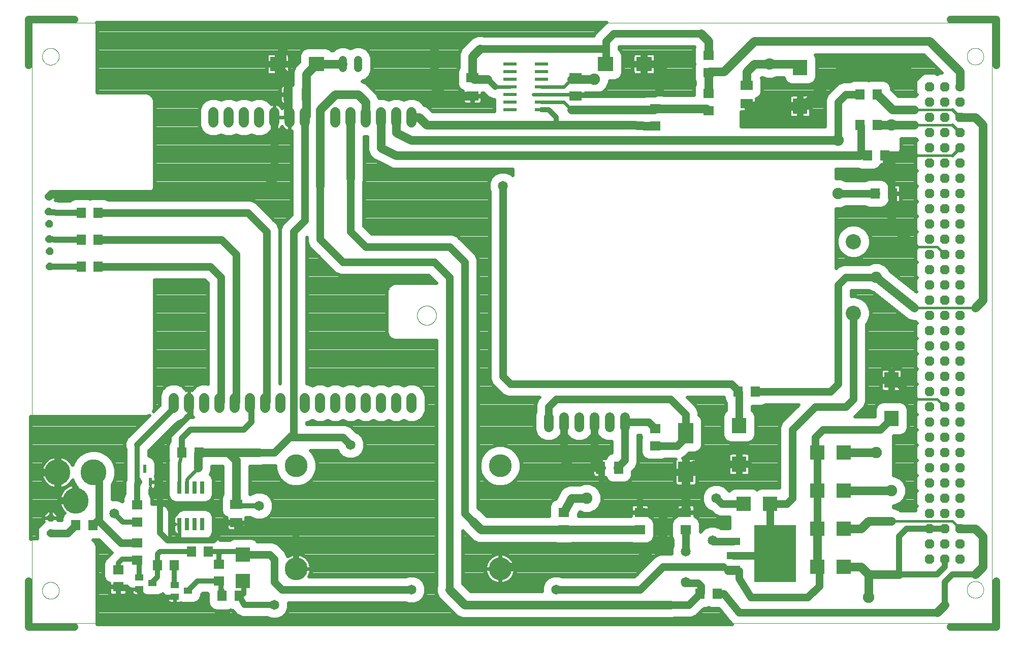
<source format=gtl>
G75*
%MOIN*%
%OFA0B0*%
%FSLAX25Y25*%
%IPPOS*%
%LPD*%
%AMOC8*
5,1,8,0,0,1.08239X$1,22.5*
%
%ADD10C,0.00000*%
%ADD11R,0.27500X0.37500*%
%ADD12C,0.06600*%
%ADD13C,0.05400*%
%ADD14R,0.02200X0.05200*%
%ADD15R,0.02000X0.05200*%
%ADD16R,0.07098X0.06299*%
%ADD17R,0.05906X0.07874*%
%ADD18R,0.10236X0.09449*%
%ADD19C,0.15000*%
%ADD20R,0.09843X0.13780*%
%ADD21C,0.06496*%
%ADD22R,0.06299X0.07098*%
%ADD23R,0.09449X0.09449*%
%ADD24R,0.09449X0.10236*%
%ADD25C,0.05000*%
%ADD26C,0.06300*%
%ADD27OC8,0.06300*%
%ADD28R,0.08661X0.02362*%
%ADD29R,0.07874X0.05906*%
%ADD30C,0.04950*%
%ADD31R,0.02600X0.08000*%
%ADD32R,0.05512X0.03937*%
%ADD33R,0.08800X0.04800*%
%ADD34R,0.08661X0.14173*%
%ADD35OC8,0.05000*%
%ADD36C,0.17000*%
%ADD37C,0.01600*%
%ADD38C,0.05600*%
%ADD39C,0.02400*%
%ADD40C,0.03200*%
%ADD41C,0.07518*%
%ADD42C,0.04000*%
%ADD43C,0.07087*%
%ADD44C,0.06496*%
%ADD45C,0.10000*%
D10*
X0061662Y0074200D02*
X0061662Y0468000D01*
X0691662Y0468000D01*
X0691662Y0074200D01*
X0061662Y0074200D01*
X0068336Y0095535D02*
X0068338Y0095683D01*
X0068344Y0095831D01*
X0068354Y0095979D01*
X0068368Y0096126D01*
X0068386Y0096273D01*
X0068407Y0096419D01*
X0068433Y0096565D01*
X0068463Y0096710D01*
X0068496Y0096854D01*
X0068534Y0096997D01*
X0068575Y0097139D01*
X0068620Y0097280D01*
X0068668Y0097420D01*
X0068721Y0097559D01*
X0068777Y0097696D01*
X0068837Y0097831D01*
X0068900Y0097965D01*
X0068967Y0098097D01*
X0069038Y0098227D01*
X0069112Y0098355D01*
X0069189Y0098481D01*
X0069270Y0098605D01*
X0069354Y0098727D01*
X0069441Y0098846D01*
X0069532Y0098963D01*
X0069626Y0099078D01*
X0069722Y0099190D01*
X0069822Y0099300D01*
X0069924Y0099406D01*
X0070030Y0099510D01*
X0070138Y0099611D01*
X0070249Y0099709D01*
X0070362Y0099805D01*
X0070478Y0099897D01*
X0070596Y0099986D01*
X0070717Y0100071D01*
X0070840Y0100154D01*
X0070965Y0100233D01*
X0071092Y0100309D01*
X0071221Y0100381D01*
X0071352Y0100450D01*
X0071485Y0100515D01*
X0071620Y0100576D01*
X0071756Y0100634D01*
X0071893Y0100689D01*
X0072032Y0100739D01*
X0072173Y0100786D01*
X0072314Y0100829D01*
X0072457Y0100869D01*
X0072601Y0100904D01*
X0072745Y0100936D01*
X0072891Y0100963D01*
X0073037Y0100987D01*
X0073184Y0101007D01*
X0073331Y0101023D01*
X0073478Y0101035D01*
X0073626Y0101043D01*
X0073774Y0101047D01*
X0073922Y0101047D01*
X0074070Y0101043D01*
X0074218Y0101035D01*
X0074365Y0101023D01*
X0074512Y0101007D01*
X0074659Y0100987D01*
X0074805Y0100963D01*
X0074951Y0100936D01*
X0075095Y0100904D01*
X0075239Y0100869D01*
X0075382Y0100829D01*
X0075523Y0100786D01*
X0075664Y0100739D01*
X0075803Y0100689D01*
X0075940Y0100634D01*
X0076076Y0100576D01*
X0076211Y0100515D01*
X0076344Y0100450D01*
X0076475Y0100381D01*
X0076604Y0100309D01*
X0076731Y0100233D01*
X0076856Y0100154D01*
X0076979Y0100071D01*
X0077100Y0099986D01*
X0077218Y0099897D01*
X0077334Y0099805D01*
X0077447Y0099709D01*
X0077558Y0099611D01*
X0077666Y0099510D01*
X0077772Y0099406D01*
X0077874Y0099300D01*
X0077974Y0099190D01*
X0078070Y0099078D01*
X0078164Y0098963D01*
X0078255Y0098846D01*
X0078342Y0098727D01*
X0078426Y0098605D01*
X0078507Y0098481D01*
X0078584Y0098355D01*
X0078658Y0098227D01*
X0078729Y0098097D01*
X0078796Y0097965D01*
X0078859Y0097831D01*
X0078919Y0097696D01*
X0078975Y0097559D01*
X0079028Y0097420D01*
X0079076Y0097280D01*
X0079121Y0097139D01*
X0079162Y0096997D01*
X0079200Y0096854D01*
X0079233Y0096710D01*
X0079263Y0096565D01*
X0079289Y0096419D01*
X0079310Y0096273D01*
X0079328Y0096126D01*
X0079342Y0095979D01*
X0079352Y0095831D01*
X0079358Y0095683D01*
X0079360Y0095535D01*
X0079358Y0095387D01*
X0079352Y0095239D01*
X0079342Y0095091D01*
X0079328Y0094944D01*
X0079310Y0094797D01*
X0079289Y0094651D01*
X0079263Y0094505D01*
X0079233Y0094360D01*
X0079200Y0094216D01*
X0079162Y0094073D01*
X0079121Y0093931D01*
X0079076Y0093790D01*
X0079028Y0093650D01*
X0078975Y0093511D01*
X0078919Y0093374D01*
X0078859Y0093239D01*
X0078796Y0093105D01*
X0078729Y0092973D01*
X0078658Y0092843D01*
X0078584Y0092715D01*
X0078507Y0092589D01*
X0078426Y0092465D01*
X0078342Y0092343D01*
X0078255Y0092224D01*
X0078164Y0092107D01*
X0078070Y0091992D01*
X0077974Y0091880D01*
X0077874Y0091770D01*
X0077772Y0091664D01*
X0077666Y0091560D01*
X0077558Y0091459D01*
X0077447Y0091361D01*
X0077334Y0091265D01*
X0077218Y0091173D01*
X0077100Y0091084D01*
X0076979Y0090999D01*
X0076856Y0090916D01*
X0076731Y0090837D01*
X0076604Y0090761D01*
X0076475Y0090689D01*
X0076344Y0090620D01*
X0076211Y0090555D01*
X0076076Y0090494D01*
X0075940Y0090436D01*
X0075803Y0090381D01*
X0075664Y0090331D01*
X0075523Y0090284D01*
X0075382Y0090241D01*
X0075239Y0090201D01*
X0075095Y0090166D01*
X0074951Y0090134D01*
X0074805Y0090107D01*
X0074659Y0090083D01*
X0074512Y0090063D01*
X0074365Y0090047D01*
X0074218Y0090035D01*
X0074070Y0090027D01*
X0073922Y0090023D01*
X0073774Y0090023D01*
X0073626Y0090027D01*
X0073478Y0090035D01*
X0073331Y0090047D01*
X0073184Y0090063D01*
X0073037Y0090083D01*
X0072891Y0090107D01*
X0072745Y0090134D01*
X0072601Y0090166D01*
X0072457Y0090201D01*
X0072314Y0090241D01*
X0072173Y0090284D01*
X0072032Y0090331D01*
X0071893Y0090381D01*
X0071756Y0090436D01*
X0071620Y0090494D01*
X0071485Y0090555D01*
X0071352Y0090620D01*
X0071221Y0090689D01*
X0071092Y0090761D01*
X0070965Y0090837D01*
X0070840Y0090916D01*
X0070717Y0090999D01*
X0070596Y0091084D01*
X0070478Y0091173D01*
X0070362Y0091265D01*
X0070249Y0091361D01*
X0070138Y0091459D01*
X0070030Y0091560D01*
X0069924Y0091664D01*
X0069822Y0091770D01*
X0069722Y0091880D01*
X0069626Y0091992D01*
X0069532Y0092107D01*
X0069441Y0092224D01*
X0069354Y0092343D01*
X0069270Y0092465D01*
X0069189Y0092589D01*
X0069112Y0092715D01*
X0069038Y0092843D01*
X0068967Y0092973D01*
X0068900Y0093105D01*
X0068837Y0093239D01*
X0068777Y0093374D01*
X0068721Y0093511D01*
X0068668Y0093650D01*
X0068620Y0093790D01*
X0068575Y0093931D01*
X0068534Y0094073D01*
X0068496Y0094216D01*
X0068463Y0094360D01*
X0068433Y0094505D01*
X0068407Y0094651D01*
X0068386Y0094797D01*
X0068368Y0094944D01*
X0068354Y0095091D01*
X0068344Y0095239D01*
X0068338Y0095387D01*
X0068336Y0095535D01*
X0314363Y0276100D02*
X0314365Y0276258D01*
X0314371Y0276416D01*
X0314381Y0276574D01*
X0314395Y0276732D01*
X0314413Y0276889D01*
X0314434Y0277046D01*
X0314460Y0277202D01*
X0314490Y0277358D01*
X0314523Y0277513D01*
X0314561Y0277666D01*
X0314602Y0277819D01*
X0314647Y0277971D01*
X0314696Y0278122D01*
X0314749Y0278271D01*
X0314805Y0278419D01*
X0314865Y0278565D01*
X0314929Y0278710D01*
X0314997Y0278853D01*
X0315068Y0278995D01*
X0315142Y0279135D01*
X0315220Y0279272D01*
X0315302Y0279408D01*
X0315386Y0279542D01*
X0315475Y0279673D01*
X0315566Y0279802D01*
X0315661Y0279929D01*
X0315758Y0280054D01*
X0315859Y0280176D01*
X0315963Y0280295D01*
X0316070Y0280412D01*
X0316180Y0280526D01*
X0316293Y0280637D01*
X0316408Y0280746D01*
X0316526Y0280851D01*
X0316647Y0280953D01*
X0316770Y0281053D01*
X0316896Y0281149D01*
X0317024Y0281242D01*
X0317154Y0281332D01*
X0317287Y0281418D01*
X0317422Y0281502D01*
X0317558Y0281581D01*
X0317697Y0281658D01*
X0317838Y0281730D01*
X0317980Y0281800D01*
X0318124Y0281865D01*
X0318270Y0281927D01*
X0318417Y0281985D01*
X0318566Y0282040D01*
X0318716Y0282091D01*
X0318867Y0282138D01*
X0319019Y0282181D01*
X0319172Y0282220D01*
X0319327Y0282256D01*
X0319482Y0282287D01*
X0319638Y0282315D01*
X0319794Y0282339D01*
X0319951Y0282359D01*
X0320109Y0282375D01*
X0320266Y0282387D01*
X0320425Y0282395D01*
X0320583Y0282399D01*
X0320741Y0282399D01*
X0320899Y0282395D01*
X0321058Y0282387D01*
X0321215Y0282375D01*
X0321373Y0282359D01*
X0321530Y0282339D01*
X0321686Y0282315D01*
X0321842Y0282287D01*
X0321997Y0282256D01*
X0322152Y0282220D01*
X0322305Y0282181D01*
X0322457Y0282138D01*
X0322608Y0282091D01*
X0322758Y0282040D01*
X0322907Y0281985D01*
X0323054Y0281927D01*
X0323200Y0281865D01*
X0323344Y0281800D01*
X0323486Y0281730D01*
X0323627Y0281658D01*
X0323766Y0281581D01*
X0323902Y0281502D01*
X0324037Y0281418D01*
X0324170Y0281332D01*
X0324300Y0281242D01*
X0324428Y0281149D01*
X0324554Y0281053D01*
X0324677Y0280953D01*
X0324798Y0280851D01*
X0324916Y0280746D01*
X0325031Y0280637D01*
X0325144Y0280526D01*
X0325254Y0280412D01*
X0325361Y0280295D01*
X0325465Y0280176D01*
X0325566Y0280054D01*
X0325663Y0279929D01*
X0325758Y0279802D01*
X0325849Y0279673D01*
X0325938Y0279542D01*
X0326022Y0279408D01*
X0326104Y0279272D01*
X0326182Y0279135D01*
X0326256Y0278995D01*
X0326327Y0278853D01*
X0326395Y0278710D01*
X0326459Y0278565D01*
X0326519Y0278419D01*
X0326575Y0278271D01*
X0326628Y0278122D01*
X0326677Y0277971D01*
X0326722Y0277819D01*
X0326763Y0277666D01*
X0326801Y0277513D01*
X0326834Y0277358D01*
X0326864Y0277202D01*
X0326890Y0277046D01*
X0326911Y0276889D01*
X0326929Y0276732D01*
X0326943Y0276574D01*
X0326953Y0276416D01*
X0326959Y0276258D01*
X0326961Y0276100D01*
X0326959Y0275942D01*
X0326953Y0275784D01*
X0326943Y0275626D01*
X0326929Y0275468D01*
X0326911Y0275311D01*
X0326890Y0275154D01*
X0326864Y0274998D01*
X0326834Y0274842D01*
X0326801Y0274687D01*
X0326763Y0274534D01*
X0326722Y0274381D01*
X0326677Y0274229D01*
X0326628Y0274078D01*
X0326575Y0273929D01*
X0326519Y0273781D01*
X0326459Y0273635D01*
X0326395Y0273490D01*
X0326327Y0273347D01*
X0326256Y0273205D01*
X0326182Y0273065D01*
X0326104Y0272928D01*
X0326022Y0272792D01*
X0325938Y0272658D01*
X0325849Y0272527D01*
X0325758Y0272398D01*
X0325663Y0272271D01*
X0325566Y0272146D01*
X0325465Y0272024D01*
X0325361Y0271905D01*
X0325254Y0271788D01*
X0325144Y0271674D01*
X0325031Y0271563D01*
X0324916Y0271454D01*
X0324798Y0271349D01*
X0324677Y0271247D01*
X0324554Y0271147D01*
X0324428Y0271051D01*
X0324300Y0270958D01*
X0324170Y0270868D01*
X0324037Y0270782D01*
X0323902Y0270698D01*
X0323766Y0270619D01*
X0323627Y0270542D01*
X0323486Y0270470D01*
X0323344Y0270400D01*
X0323200Y0270335D01*
X0323054Y0270273D01*
X0322907Y0270215D01*
X0322758Y0270160D01*
X0322608Y0270109D01*
X0322457Y0270062D01*
X0322305Y0270019D01*
X0322152Y0269980D01*
X0321997Y0269944D01*
X0321842Y0269913D01*
X0321686Y0269885D01*
X0321530Y0269861D01*
X0321373Y0269841D01*
X0321215Y0269825D01*
X0321058Y0269813D01*
X0320899Y0269805D01*
X0320741Y0269801D01*
X0320583Y0269801D01*
X0320425Y0269805D01*
X0320266Y0269813D01*
X0320109Y0269825D01*
X0319951Y0269841D01*
X0319794Y0269861D01*
X0319638Y0269885D01*
X0319482Y0269913D01*
X0319327Y0269944D01*
X0319172Y0269980D01*
X0319019Y0270019D01*
X0318867Y0270062D01*
X0318716Y0270109D01*
X0318566Y0270160D01*
X0318417Y0270215D01*
X0318270Y0270273D01*
X0318124Y0270335D01*
X0317980Y0270400D01*
X0317838Y0270470D01*
X0317697Y0270542D01*
X0317558Y0270619D01*
X0317422Y0270698D01*
X0317287Y0270782D01*
X0317154Y0270868D01*
X0317024Y0270958D01*
X0316896Y0271051D01*
X0316770Y0271147D01*
X0316647Y0271247D01*
X0316526Y0271349D01*
X0316408Y0271454D01*
X0316293Y0271563D01*
X0316180Y0271674D01*
X0316070Y0271788D01*
X0315963Y0271905D01*
X0315859Y0272024D01*
X0315758Y0272146D01*
X0315661Y0272271D01*
X0315566Y0272398D01*
X0315475Y0272527D01*
X0315386Y0272658D01*
X0315302Y0272792D01*
X0315220Y0272928D01*
X0315142Y0273065D01*
X0315068Y0273205D01*
X0314997Y0273347D01*
X0314929Y0273490D01*
X0314865Y0273635D01*
X0314805Y0273781D01*
X0314749Y0273929D01*
X0314696Y0274078D01*
X0314647Y0274229D01*
X0314602Y0274381D01*
X0314561Y0274534D01*
X0314523Y0274687D01*
X0314490Y0274842D01*
X0314460Y0274998D01*
X0314434Y0275154D01*
X0314413Y0275311D01*
X0314395Y0275468D01*
X0314381Y0275626D01*
X0314371Y0275784D01*
X0314365Y0275942D01*
X0314363Y0276100D01*
X0068336Y0446042D02*
X0068338Y0446190D01*
X0068344Y0446338D01*
X0068354Y0446486D01*
X0068368Y0446633D01*
X0068386Y0446780D01*
X0068407Y0446926D01*
X0068433Y0447072D01*
X0068463Y0447217D01*
X0068496Y0447361D01*
X0068534Y0447504D01*
X0068575Y0447646D01*
X0068620Y0447787D01*
X0068668Y0447927D01*
X0068721Y0448066D01*
X0068777Y0448203D01*
X0068837Y0448338D01*
X0068900Y0448472D01*
X0068967Y0448604D01*
X0069038Y0448734D01*
X0069112Y0448862D01*
X0069189Y0448988D01*
X0069270Y0449112D01*
X0069354Y0449234D01*
X0069441Y0449353D01*
X0069532Y0449470D01*
X0069626Y0449585D01*
X0069722Y0449697D01*
X0069822Y0449807D01*
X0069924Y0449913D01*
X0070030Y0450017D01*
X0070138Y0450118D01*
X0070249Y0450216D01*
X0070362Y0450312D01*
X0070478Y0450404D01*
X0070596Y0450493D01*
X0070717Y0450578D01*
X0070840Y0450661D01*
X0070965Y0450740D01*
X0071092Y0450816D01*
X0071221Y0450888D01*
X0071352Y0450957D01*
X0071485Y0451022D01*
X0071620Y0451083D01*
X0071756Y0451141D01*
X0071893Y0451196D01*
X0072032Y0451246D01*
X0072173Y0451293D01*
X0072314Y0451336D01*
X0072457Y0451376D01*
X0072601Y0451411D01*
X0072745Y0451443D01*
X0072891Y0451470D01*
X0073037Y0451494D01*
X0073184Y0451514D01*
X0073331Y0451530D01*
X0073478Y0451542D01*
X0073626Y0451550D01*
X0073774Y0451554D01*
X0073922Y0451554D01*
X0074070Y0451550D01*
X0074218Y0451542D01*
X0074365Y0451530D01*
X0074512Y0451514D01*
X0074659Y0451494D01*
X0074805Y0451470D01*
X0074951Y0451443D01*
X0075095Y0451411D01*
X0075239Y0451376D01*
X0075382Y0451336D01*
X0075523Y0451293D01*
X0075664Y0451246D01*
X0075803Y0451196D01*
X0075940Y0451141D01*
X0076076Y0451083D01*
X0076211Y0451022D01*
X0076344Y0450957D01*
X0076475Y0450888D01*
X0076604Y0450816D01*
X0076731Y0450740D01*
X0076856Y0450661D01*
X0076979Y0450578D01*
X0077100Y0450493D01*
X0077218Y0450404D01*
X0077334Y0450312D01*
X0077447Y0450216D01*
X0077558Y0450118D01*
X0077666Y0450017D01*
X0077772Y0449913D01*
X0077874Y0449807D01*
X0077974Y0449697D01*
X0078070Y0449585D01*
X0078164Y0449470D01*
X0078255Y0449353D01*
X0078342Y0449234D01*
X0078426Y0449112D01*
X0078507Y0448988D01*
X0078584Y0448862D01*
X0078658Y0448734D01*
X0078729Y0448604D01*
X0078796Y0448472D01*
X0078859Y0448338D01*
X0078919Y0448203D01*
X0078975Y0448066D01*
X0079028Y0447927D01*
X0079076Y0447787D01*
X0079121Y0447646D01*
X0079162Y0447504D01*
X0079200Y0447361D01*
X0079233Y0447217D01*
X0079263Y0447072D01*
X0079289Y0446926D01*
X0079310Y0446780D01*
X0079328Y0446633D01*
X0079342Y0446486D01*
X0079352Y0446338D01*
X0079358Y0446190D01*
X0079360Y0446042D01*
X0079358Y0445894D01*
X0079352Y0445746D01*
X0079342Y0445598D01*
X0079328Y0445451D01*
X0079310Y0445304D01*
X0079289Y0445158D01*
X0079263Y0445012D01*
X0079233Y0444867D01*
X0079200Y0444723D01*
X0079162Y0444580D01*
X0079121Y0444438D01*
X0079076Y0444297D01*
X0079028Y0444157D01*
X0078975Y0444018D01*
X0078919Y0443881D01*
X0078859Y0443746D01*
X0078796Y0443612D01*
X0078729Y0443480D01*
X0078658Y0443350D01*
X0078584Y0443222D01*
X0078507Y0443096D01*
X0078426Y0442972D01*
X0078342Y0442850D01*
X0078255Y0442731D01*
X0078164Y0442614D01*
X0078070Y0442499D01*
X0077974Y0442387D01*
X0077874Y0442277D01*
X0077772Y0442171D01*
X0077666Y0442067D01*
X0077558Y0441966D01*
X0077447Y0441868D01*
X0077334Y0441772D01*
X0077218Y0441680D01*
X0077100Y0441591D01*
X0076979Y0441506D01*
X0076856Y0441423D01*
X0076731Y0441344D01*
X0076604Y0441268D01*
X0076475Y0441196D01*
X0076344Y0441127D01*
X0076211Y0441062D01*
X0076076Y0441001D01*
X0075940Y0440943D01*
X0075803Y0440888D01*
X0075664Y0440838D01*
X0075523Y0440791D01*
X0075382Y0440748D01*
X0075239Y0440708D01*
X0075095Y0440673D01*
X0074951Y0440641D01*
X0074805Y0440614D01*
X0074659Y0440590D01*
X0074512Y0440570D01*
X0074365Y0440554D01*
X0074218Y0440542D01*
X0074070Y0440534D01*
X0073922Y0440530D01*
X0073774Y0440530D01*
X0073626Y0440534D01*
X0073478Y0440542D01*
X0073331Y0440554D01*
X0073184Y0440570D01*
X0073037Y0440590D01*
X0072891Y0440614D01*
X0072745Y0440641D01*
X0072601Y0440673D01*
X0072457Y0440708D01*
X0072314Y0440748D01*
X0072173Y0440791D01*
X0072032Y0440838D01*
X0071893Y0440888D01*
X0071756Y0440943D01*
X0071620Y0441001D01*
X0071485Y0441062D01*
X0071352Y0441127D01*
X0071221Y0441196D01*
X0071092Y0441268D01*
X0070965Y0441344D01*
X0070840Y0441423D01*
X0070717Y0441506D01*
X0070596Y0441591D01*
X0070478Y0441680D01*
X0070362Y0441772D01*
X0070249Y0441868D01*
X0070138Y0441966D01*
X0070030Y0442067D01*
X0069924Y0442171D01*
X0069822Y0442277D01*
X0069722Y0442387D01*
X0069626Y0442499D01*
X0069532Y0442614D01*
X0069441Y0442731D01*
X0069354Y0442850D01*
X0069270Y0442972D01*
X0069189Y0443096D01*
X0069112Y0443222D01*
X0069038Y0443350D01*
X0068967Y0443480D01*
X0068900Y0443612D01*
X0068837Y0443746D01*
X0068777Y0443881D01*
X0068721Y0444018D01*
X0068668Y0444157D01*
X0068620Y0444297D01*
X0068575Y0444438D01*
X0068534Y0444580D01*
X0068496Y0444723D01*
X0068463Y0444867D01*
X0068433Y0445012D01*
X0068407Y0445158D01*
X0068386Y0445304D01*
X0068368Y0445451D01*
X0068354Y0445598D01*
X0068344Y0445746D01*
X0068338Y0445894D01*
X0068336Y0446042D01*
X0675162Y0446100D02*
X0675164Y0446248D01*
X0675170Y0446396D01*
X0675180Y0446544D01*
X0675194Y0446692D01*
X0675212Y0446839D01*
X0675234Y0446986D01*
X0675260Y0447132D01*
X0675289Y0447277D01*
X0675323Y0447422D01*
X0675361Y0447565D01*
X0675402Y0447708D01*
X0675447Y0447849D01*
X0675497Y0447989D01*
X0675549Y0448127D01*
X0675606Y0448265D01*
X0675666Y0448400D01*
X0675730Y0448534D01*
X0675797Y0448666D01*
X0675868Y0448796D01*
X0675943Y0448925D01*
X0676021Y0449051D01*
X0676102Y0449175D01*
X0676186Y0449297D01*
X0676274Y0449416D01*
X0676365Y0449533D01*
X0676459Y0449648D01*
X0676557Y0449760D01*
X0676657Y0449869D01*
X0676760Y0449976D01*
X0676866Y0450080D01*
X0676974Y0450181D01*
X0677086Y0450279D01*
X0677200Y0450374D01*
X0677316Y0450465D01*
X0677435Y0450554D01*
X0677556Y0450639D01*
X0677680Y0450721D01*
X0677806Y0450800D01*
X0677933Y0450875D01*
X0678063Y0450947D01*
X0678195Y0451016D01*
X0678328Y0451080D01*
X0678463Y0451141D01*
X0678600Y0451199D01*
X0678738Y0451253D01*
X0678878Y0451303D01*
X0679019Y0451349D01*
X0679161Y0451391D01*
X0679304Y0451430D01*
X0679448Y0451464D01*
X0679594Y0451495D01*
X0679739Y0451522D01*
X0679886Y0451545D01*
X0680033Y0451564D01*
X0680181Y0451579D01*
X0680328Y0451590D01*
X0680477Y0451597D01*
X0680625Y0451600D01*
X0680773Y0451599D01*
X0680921Y0451594D01*
X0681069Y0451585D01*
X0681217Y0451572D01*
X0681365Y0451555D01*
X0681511Y0451534D01*
X0681658Y0451509D01*
X0681803Y0451480D01*
X0681948Y0451448D01*
X0682091Y0451411D01*
X0682234Y0451371D01*
X0682376Y0451326D01*
X0682516Y0451278D01*
X0682655Y0451226D01*
X0682792Y0451171D01*
X0682928Y0451111D01*
X0683063Y0451048D01*
X0683195Y0450982D01*
X0683326Y0450912D01*
X0683455Y0450838D01*
X0683581Y0450761D01*
X0683706Y0450681D01*
X0683828Y0450597D01*
X0683949Y0450510D01*
X0684066Y0450420D01*
X0684182Y0450326D01*
X0684294Y0450230D01*
X0684404Y0450131D01*
X0684512Y0450028D01*
X0684616Y0449923D01*
X0684718Y0449815D01*
X0684816Y0449704D01*
X0684912Y0449591D01*
X0685005Y0449475D01*
X0685094Y0449357D01*
X0685180Y0449236D01*
X0685263Y0449113D01*
X0685343Y0448988D01*
X0685419Y0448861D01*
X0685492Y0448731D01*
X0685561Y0448600D01*
X0685626Y0448467D01*
X0685689Y0448333D01*
X0685747Y0448196D01*
X0685802Y0448058D01*
X0685852Y0447919D01*
X0685900Y0447778D01*
X0685943Y0447637D01*
X0685983Y0447494D01*
X0686018Y0447350D01*
X0686050Y0447205D01*
X0686078Y0447059D01*
X0686102Y0446913D01*
X0686122Y0446766D01*
X0686138Y0446618D01*
X0686150Y0446471D01*
X0686158Y0446322D01*
X0686162Y0446174D01*
X0686162Y0446026D01*
X0686158Y0445878D01*
X0686150Y0445729D01*
X0686138Y0445582D01*
X0686122Y0445434D01*
X0686102Y0445287D01*
X0686078Y0445141D01*
X0686050Y0444995D01*
X0686018Y0444850D01*
X0685983Y0444706D01*
X0685943Y0444563D01*
X0685900Y0444422D01*
X0685852Y0444281D01*
X0685802Y0444142D01*
X0685747Y0444004D01*
X0685689Y0443867D01*
X0685626Y0443733D01*
X0685561Y0443600D01*
X0685492Y0443469D01*
X0685419Y0443339D01*
X0685343Y0443212D01*
X0685263Y0443087D01*
X0685180Y0442964D01*
X0685094Y0442843D01*
X0685005Y0442725D01*
X0684912Y0442609D01*
X0684816Y0442496D01*
X0684718Y0442385D01*
X0684616Y0442277D01*
X0684512Y0442172D01*
X0684404Y0442069D01*
X0684294Y0441970D01*
X0684182Y0441874D01*
X0684066Y0441780D01*
X0683949Y0441690D01*
X0683828Y0441603D01*
X0683706Y0441519D01*
X0683581Y0441439D01*
X0683455Y0441362D01*
X0683326Y0441288D01*
X0683195Y0441218D01*
X0683063Y0441152D01*
X0682928Y0441089D01*
X0682792Y0441029D01*
X0682655Y0440974D01*
X0682516Y0440922D01*
X0682376Y0440874D01*
X0682234Y0440829D01*
X0682091Y0440789D01*
X0681948Y0440752D01*
X0681803Y0440720D01*
X0681658Y0440691D01*
X0681511Y0440666D01*
X0681365Y0440645D01*
X0681217Y0440628D01*
X0681069Y0440615D01*
X0680921Y0440606D01*
X0680773Y0440601D01*
X0680625Y0440600D01*
X0680477Y0440603D01*
X0680328Y0440610D01*
X0680181Y0440621D01*
X0680033Y0440636D01*
X0679886Y0440655D01*
X0679739Y0440678D01*
X0679594Y0440705D01*
X0679448Y0440736D01*
X0679304Y0440770D01*
X0679161Y0440809D01*
X0679019Y0440851D01*
X0678878Y0440897D01*
X0678738Y0440947D01*
X0678600Y0441001D01*
X0678463Y0441059D01*
X0678328Y0441120D01*
X0678195Y0441184D01*
X0678063Y0441253D01*
X0677933Y0441325D01*
X0677806Y0441400D01*
X0677680Y0441479D01*
X0677556Y0441561D01*
X0677435Y0441646D01*
X0677316Y0441735D01*
X0677200Y0441826D01*
X0677086Y0441921D01*
X0676974Y0442019D01*
X0676866Y0442120D01*
X0676760Y0442224D01*
X0676657Y0442331D01*
X0676557Y0442440D01*
X0676459Y0442552D01*
X0676365Y0442667D01*
X0676274Y0442784D01*
X0676186Y0442903D01*
X0676102Y0443025D01*
X0676021Y0443149D01*
X0675943Y0443275D01*
X0675868Y0443404D01*
X0675797Y0443534D01*
X0675730Y0443666D01*
X0675666Y0443800D01*
X0675606Y0443935D01*
X0675549Y0444073D01*
X0675497Y0444211D01*
X0675447Y0444351D01*
X0675402Y0444492D01*
X0675361Y0444635D01*
X0675323Y0444778D01*
X0675289Y0444923D01*
X0675260Y0445068D01*
X0675234Y0445214D01*
X0675212Y0445361D01*
X0675194Y0445508D01*
X0675180Y0445656D01*
X0675170Y0445804D01*
X0675164Y0445952D01*
X0675162Y0446100D01*
X0675162Y0096100D02*
X0675164Y0096248D01*
X0675170Y0096396D01*
X0675180Y0096544D01*
X0675194Y0096692D01*
X0675212Y0096839D01*
X0675234Y0096986D01*
X0675260Y0097132D01*
X0675289Y0097277D01*
X0675323Y0097422D01*
X0675361Y0097565D01*
X0675402Y0097708D01*
X0675447Y0097849D01*
X0675497Y0097989D01*
X0675549Y0098127D01*
X0675606Y0098265D01*
X0675666Y0098400D01*
X0675730Y0098534D01*
X0675797Y0098666D01*
X0675868Y0098796D01*
X0675943Y0098925D01*
X0676021Y0099051D01*
X0676102Y0099175D01*
X0676186Y0099297D01*
X0676274Y0099416D01*
X0676365Y0099533D01*
X0676459Y0099648D01*
X0676557Y0099760D01*
X0676657Y0099869D01*
X0676760Y0099976D01*
X0676866Y0100080D01*
X0676974Y0100181D01*
X0677086Y0100279D01*
X0677200Y0100374D01*
X0677316Y0100465D01*
X0677435Y0100554D01*
X0677556Y0100639D01*
X0677680Y0100721D01*
X0677806Y0100800D01*
X0677933Y0100875D01*
X0678063Y0100947D01*
X0678195Y0101016D01*
X0678328Y0101080D01*
X0678463Y0101141D01*
X0678600Y0101199D01*
X0678738Y0101253D01*
X0678878Y0101303D01*
X0679019Y0101349D01*
X0679161Y0101391D01*
X0679304Y0101430D01*
X0679448Y0101464D01*
X0679594Y0101495D01*
X0679739Y0101522D01*
X0679886Y0101545D01*
X0680033Y0101564D01*
X0680181Y0101579D01*
X0680328Y0101590D01*
X0680477Y0101597D01*
X0680625Y0101600D01*
X0680773Y0101599D01*
X0680921Y0101594D01*
X0681069Y0101585D01*
X0681217Y0101572D01*
X0681365Y0101555D01*
X0681511Y0101534D01*
X0681658Y0101509D01*
X0681803Y0101480D01*
X0681948Y0101448D01*
X0682091Y0101411D01*
X0682234Y0101371D01*
X0682376Y0101326D01*
X0682516Y0101278D01*
X0682655Y0101226D01*
X0682792Y0101171D01*
X0682928Y0101111D01*
X0683063Y0101048D01*
X0683195Y0100982D01*
X0683326Y0100912D01*
X0683455Y0100838D01*
X0683581Y0100761D01*
X0683706Y0100681D01*
X0683828Y0100597D01*
X0683949Y0100510D01*
X0684066Y0100420D01*
X0684182Y0100326D01*
X0684294Y0100230D01*
X0684404Y0100131D01*
X0684512Y0100028D01*
X0684616Y0099923D01*
X0684718Y0099815D01*
X0684816Y0099704D01*
X0684912Y0099591D01*
X0685005Y0099475D01*
X0685094Y0099357D01*
X0685180Y0099236D01*
X0685263Y0099113D01*
X0685343Y0098988D01*
X0685419Y0098861D01*
X0685492Y0098731D01*
X0685561Y0098600D01*
X0685626Y0098467D01*
X0685689Y0098333D01*
X0685747Y0098196D01*
X0685802Y0098058D01*
X0685852Y0097919D01*
X0685900Y0097778D01*
X0685943Y0097637D01*
X0685983Y0097494D01*
X0686018Y0097350D01*
X0686050Y0097205D01*
X0686078Y0097059D01*
X0686102Y0096913D01*
X0686122Y0096766D01*
X0686138Y0096618D01*
X0686150Y0096471D01*
X0686158Y0096322D01*
X0686162Y0096174D01*
X0686162Y0096026D01*
X0686158Y0095878D01*
X0686150Y0095729D01*
X0686138Y0095582D01*
X0686122Y0095434D01*
X0686102Y0095287D01*
X0686078Y0095141D01*
X0686050Y0094995D01*
X0686018Y0094850D01*
X0685983Y0094706D01*
X0685943Y0094563D01*
X0685900Y0094422D01*
X0685852Y0094281D01*
X0685802Y0094142D01*
X0685747Y0094004D01*
X0685689Y0093867D01*
X0685626Y0093733D01*
X0685561Y0093600D01*
X0685492Y0093469D01*
X0685419Y0093339D01*
X0685343Y0093212D01*
X0685263Y0093087D01*
X0685180Y0092964D01*
X0685094Y0092843D01*
X0685005Y0092725D01*
X0684912Y0092609D01*
X0684816Y0092496D01*
X0684718Y0092385D01*
X0684616Y0092277D01*
X0684512Y0092172D01*
X0684404Y0092069D01*
X0684294Y0091970D01*
X0684182Y0091874D01*
X0684066Y0091780D01*
X0683949Y0091690D01*
X0683828Y0091603D01*
X0683706Y0091519D01*
X0683581Y0091439D01*
X0683455Y0091362D01*
X0683326Y0091288D01*
X0683195Y0091218D01*
X0683063Y0091152D01*
X0682928Y0091089D01*
X0682792Y0091029D01*
X0682655Y0090974D01*
X0682516Y0090922D01*
X0682376Y0090874D01*
X0682234Y0090829D01*
X0682091Y0090789D01*
X0681948Y0090752D01*
X0681803Y0090720D01*
X0681658Y0090691D01*
X0681511Y0090666D01*
X0681365Y0090645D01*
X0681217Y0090628D01*
X0681069Y0090615D01*
X0680921Y0090606D01*
X0680773Y0090601D01*
X0680625Y0090600D01*
X0680477Y0090603D01*
X0680328Y0090610D01*
X0680181Y0090621D01*
X0680033Y0090636D01*
X0679886Y0090655D01*
X0679739Y0090678D01*
X0679594Y0090705D01*
X0679448Y0090736D01*
X0679304Y0090770D01*
X0679161Y0090809D01*
X0679019Y0090851D01*
X0678878Y0090897D01*
X0678738Y0090947D01*
X0678600Y0091001D01*
X0678463Y0091059D01*
X0678328Y0091120D01*
X0678195Y0091184D01*
X0678063Y0091253D01*
X0677933Y0091325D01*
X0677806Y0091400D01*
X0677680Y0091479D01*
X0677556Y0091561D01*
X0677435Y0091646D01*
X0677316Y0091735D01*
X0677200Y0091826D01*
X0677086Y0091921D01*
X0676974Y0092019D01*
X0676866Y0092120D01*
X0676760Y0092224D01*
X0676657Y0092331D01*
X0676557Y0092440D01*
X0676459Y0092552D01*
X0676365Y0092667D01*
X0676274Y0092784D01*
X0676186Y0092903D01*
X0676102Y0093025D01*
X0676021Y0093149D01*
X0675943Y0093275D01*
X0675868Y0093404D01*
X0675797Y0093534D01*
X0675730Y0093666D01*
X0675666Y0093800D01*
X0675606Y0093935D01*
X0675549Y0094073D01*
X0675497Y0094211D01*
X0675447Y0094351D01*
X0675402Y0094492D01*
X0675361Y0094635D01*
X0675323Y0094778D01*
X0675289Y0094923D01*
X0675260Y0095068D01*
X0675234Y0095214D01*
X0675212Y0095361D01*
X0675194Y0095508D01*
X0675180Y0095656D01*
X0675170Y0095804D01*
X0675164Y0095952D01*
X0675162Y0096100D01*
D11*
X0549412Y0119850D03*
D12*
X0310662Y0215300D02*
X0310662Y0221900D01*
X0300662Y0221900D02*
X0300662Y0215300D01*
X0290662Y0215300D02*
X0290662Y0221900D01*
X0280662Y0221900D02*
X0280662Y0215300D01*
X0270662Y0215300D02*
X0270662Y0221900D01*
X0260662Y0221900D02*
X0260662Y0215300D01*
X0250662Y0215300D02*
X0250662Y0221900D01*
X0240662Y0221900D02*
X0240662Y0215300D01*
X0224662Y0215300D02*
X0224662Y0221900D01*
X0214662Y0221900D02*
X0214662Y0215300D01*
X0204662Y0215300D02*
X0204662Y0221900D01*
X0194662Y0221900D02*
X0194662Y0215300D01*
X0184662Y0215300D02*
X0184662Y0221900D01*
X0174662Y0221900D02*
X0174662Y0215300D01*
X0164662Y0215300D02*
X0164662Y0221900D01*
X0154662Y0221900D02*
X0154662Y0215300D01*
X0180662Y0402800D02*
X0180662Y0409400D01*
X0190662Y0409400D02*
X0190662Y0402800D01*
X0200662Y0402800D02*
X0200662Y0409400D01*
X0210662Y0409400D02*
X0210662Y0402800D01*
X0220662Y0402800D02*
X0220662Y0409400D01*
X0230662Y0409400D02*
X0230662Y0402800D01*
X0240662Y0402800D02*
X0240662Y0409400D01*
X0260662Y0409400D02*
X0260662Y0402800D01*
X0270662Y0402800D02*
X0270662Y0409400D01*
X0280662Y0409400D02*
X0280662Y0402800D01*
X0290662Y0402800D02*
X0290662Y0409400D01*
X0300662Y0409400D02*
X0300662Y0402800D01*
X0310662Y0402800D02*
X0310662Y0409400D01*
D13*
X0275662Y0438400D02*
X0275662Y0443800D01*
X0265662Y0443800D02*
X0265662Y0438400D01*
D14*
X0139362Y0166800D03*
X0131962Y0166800D03*
D15*
X0135662Y0175400D03*
D16*
X0130662Y0151698D03*
X0130662Y0140502D03*
X0130662Y0126698D03*
X0130662Y0115502D03*
X0118162Y0109198D03*
X0118162Y0098002D03*
X0184401Y0101612D03*
X0184401Y0112809D03*
X0410662Y0135502D03*
X0410662Y0146698D03*
X0460662Y0146698D03*
X0460662Y0135502D03*
X0490662Y0135502D03*
X0490662Y0146698D03*
X0470662Y0190502D03*
X0470662Y0201698D03*
X0470662Y0400502D03*
X0470662Y0411698D03*
X0505662Y0410502D03*
X0505662Y0421698D03*
X0505662Y0435502D03*
X0505662Y0446698D03*
D17*
X0241567Y0421100D03*
X0229756Y0421100D03*
X0434756Y0176100D03*
X0446567Y0176100D03*
D18*
X0438063Y0441100D03*
X0463260Y0441100D03*
X0248260Y0441100D03*
X0223063Y0441100D03*
D19*
X0234963Y0177350D03*
X0234963Y0109850D03*
X0368860Y0109850D03*
X0368860Y0177350D03*
D20*
X0490662Y0173305D03*
X0490662Y0198895D03*
D21*
X0450662Y0202852D02*
X0450662Y0209348D01*
X0440662Y0209348D02*
X0440662Y0202852D01*
X0430662Y0202852D02*
X0430662Y0209348D01*
X0420662Y0209348D02*
X0420662Y0202852D01*
X0410662Y0202852D02*
X0410662Y0209348D01*
X0400662Y0209348D02*
X0400662Y0202852D01*
D22*
X0525063Y0226100D03*
X0536260Y0226100D03*
X0511260Y0093600D03*
X0500063Y0093600D03*
X0197649Y0092006D03*
X0186452Y0092006D03*
X0155149Y0112173D03*
X0143952Y0112173D03*
X0166174Y0121027D03*
X0177371Y0121027D03*
X0101596Y0138460D03*
X0090399Y0138460D03*
X0160063Y0186100D03*
X0171260Y0186100D03*
X0105096Y0308060D03*
X0093899Y0308060D03*
X0093899Y0325727D03*
X0105096Y0325727D03*
X0105096Y0343394D03*
X0093899Y0343394D03*
X0605063Y0401100D03*
X0616260Y0401100D03*
X0621260Y0381100D03*
X0610063Y0381100D03*
X0615063Y0356100D03*
X0626260Y0356100D03*
X0616260Y0421100D03*
X0605063Y0421100D03*
D23*
X0594323Y0186100D03*
X0577000Y0186100D03*
X0577000Y0161100D03*
X0594323Y0161100D03*
X0594323Y0136100D03*
X0577000Y0136100D03*
X0546081Y0152340D03*
X0528758Y0152340D03*
X0577000Y0111100D03*
X0594323Y0111100D03*
X0200088Y0119019D03*
X0200088Y0101696D03*
D24*
X0525662Y0178502D03*
X0525662Y0203698D03*
X0625662Y0208502D03*
X0625662Y0233698D03*
X0565662Y0413502D03*
X0565662Y0438698D03*
D25*
X0089162Y0071700D02*
X0059162Y0071700D01*
X0059162Y0101700D01*
X0073835Y0133150D02*
X0085089Y0133150D01*
X0090399Y0138460D01*
X0101596Y0138460D02*
X0104949Y0141813D01*
X0120063Y0126698D01*
X0130662Y0126698D01*
X0105662Y0142526D02*
X0105662Y0170237D01*
X0104962Y0170237D01*
X0102099Y0173100D01*
X0105662Y0142526D02*
X0104949Y0141813D01*
X0200088Y0119019D02*
X0217742Y0119019D01*
X0220662Y0116100D01*
X0220662Y0101100D01*
X0225662Y0096100D01*
X0310662Y0096100D01*
X0335662Y0096100D02*
X0335662Y0301100D01*
X0325662Y0311100D01*
X0265662Y0311100D01*
X0250662Y0326100D01*
X0250662Y0361100D01*
X0270662Y0366100D02*
X0270662Y0331100D01*
X0280662Y0321100D01*
X0335662Y0321100D01*
X0345662Y0311100D01*
X0345662Y0146100D01*
X0353162Y0138600D01*
X0405662Y0096100D02*
X0460662Y0096100D01*
X0475662Y0111100D01*
X0515443Y0111100D01*
X0518162Y0108600D02*
X0525662Y0108600D01*
X0525662Y0103600D01*
X0533162Y0091100D01*
X0570662Y0091100D01*
X0578162Y0098600D01*
X0578162Y0109939D01*
X0577000Y0111100D01*
X0546493Y0118551D02*
X0522092Y0118551D01*
X0522092Y0127651D02*
X0509111Y0127651D01*
X0508162Y0128600D01*
X0490662Y0135502D02*
X0490662Y0121100D01*
X0490662Y0101100D02*
X0490063Y0100502D01*
X0498760Y0100502D01*
X0500662Y0098600D01*
X0500662Y0094198D01*
X0500063Y0093600D01*
X0492563Y0086100D01*
X0480662Y0086100D01*
X0511260Y0093600D02*
X0515662Y0093600D01*
X0525662Y0081100D01*
X0655662Y0081100D01*
X0664162Y0071700D02*
X0694162Y0071700D01*
X0694162Y0101700D01*
X0577000Y0136100D02*
X0577000Y0161100D01*
X0577000Y0186100D01*
X0575662Y0187439D01*
X0575662Y0196100D01*
X0580662Y0201100D01*
X0618260Y0201100D01*
X0625662Y0208502D01*
X0640662Y0221100D02*
X0625662Y0236100D01*
X0600662Y0221100D02*
X0600662Y0277475D01*
X0600662Y0277478D01*
X0590662Y0296100D02*
X0595662Y0301100D01*
X0615662Y0301100D01*
X0590662Y0296100D02*
X0590662Y0231100D01*
X0585662Y0226100D01*
X0536260Y0226100D01*
X0525662Y0225502D02*
X0525063Y0226100D01*
X0525063Y0226698D01*
X0520662Y0231100D01*
X0375662Y0231100D01*
X0370662Y0236100D01*
X0370662Y0361100D01*
X0470662Y0441100D02*
X0475662Y0436100D01*
X0470662Y0441100D02*
X0463260Y0441100D01*
X0438162Y0441198D02*
X0438063Y0441100D01*
X0438162Y0441198D02*
X0438162Y0451100D01*
X0438162Y0456100D01*
X0443162Y0461100D01*
X0500662Y0461100D01*
X0438162Y0451100D02*
X0355662Y0451100D01*
X0240662Y0406100D02*
X0240662Y0338600D01*
X0233162Y0331100D01*
X0233162Y0198600D01*
X0230662Y0196100D01*
X0265662Y0196100D01*
X0270662Y0191100D01*
X0230662Y0196100D02*
X0220662Y0186100D01*
X0210662Y0186100D01*
X0214662Y0218600D02*
X0215662Y0219600D01*
X0215662Y0331100D01*
X0203368Y0343394D01*
X0105096Y0343394D01*
X0105096Y0325727D02*
X0186035Y0325727D01*
X0195662Y0316100D01*
X0195662Y0219600D01*
X0194662Y0218600D01*
X0185662Y0219600D02*
X0184662Y0218600D01*
X0185662Y0219600D02*
X0185662Y0301100D01*
X0178701Y0308060D01*
X0105096Y0308060D01*
X0072535Y0354150D02*
X0074485Y0356100D01*
X0210662Y0356100D01*
X0220662Y0366100D01*
X0220662Y0406100D01*
X0089162Y0470500D02*
X0059162Y0470500D01*
X0059162Y0440500D01*
X0400662Y0216100D02*
X0400662Y0206100D01*
X0410662Y0206100D02*
X0410662Y0181100D01*
X0415662Y0176100D01*
X0430662Y0176100D01*
X0430662Y0201100D01*
X0450662Y0206100D02*
X0450662Y0181100D01*
X0445662Y0176100D01*
X0470662Y0190502D02*
X0485063Y0190502D01*
X0490662Y0196100D01*
X0490662Y0198895D01*
X0490662Y0211100D01*
X0480662Y0221100D01*
X0405662Y0221100D01*
X0400662Y0216100D01*
X0450662Y0206100D02*
X0466260Y0206100D01*
X0470662Y0201698D01*
X0495858Y0178502D02*
X0490662Y0173305D01*
X0495858Y0178502D02*
X0525662Y0178502D01*
X0528758Y0152340D02*
X0514422Y0152340D01*
X0510662Y0156100D01*
X0546081Y0152340D02*
X0556901Y0152340D01*
X0560662Y0156100D01*
X0560662Y0201100D01*
X0575662Y0216100D01*
X0595662Y0216100D01*
X0600662Y0221100D01*
X0525662Y0225502D02*
X0525662Y0203698D01*
X0546081Y0152340D02*
X0546081Y0118963D01*
X0546493Y0118551D01*
X0590662Y0356100D02*
X0615662Y0356100D01*
X0625662Y0356698D02*
X0626260Y0356100D01*
X0625662Y0356698D02*
X0625662Y0376100D01*
X0621260Y0380502D01*
X0621260Y0381100D01*
X0610063Y0381100D02*
X0605662Y0381100D01*
X0605662Y0400502D01*
X0605063Y0401100D01*
X0590662Y0391100D02*
X0590662Y0416100D01*
X0595662Y0421100D01*
X0605063Y0421100D01*
X0605063Y0381100D02*
X0605662Y0381100D01*
X0694162Y0440500D02*
X0694162Y0470500D01*
X0664162Y0470500D01*
D26*
X0670662Y0426100D03*
D27*
X0660662Y0426100D03*
X0650662Y0426100D03*
X0650662Y0416100D03*
X0660662Y0416100D03*
X0670662Y0416100D03*
X0670662Y0406100D03*
X0670662Y0396100D03*
X0660662Y0396100D03*
X0660662Y0406100D03*
X0650662Y0406100D03*
X0650662Y0396100D03*
X0650662Y0386100D03*
X0660662Y0386100D03*
X0670662Y0386100D03*
X0670662Y0376100D03*
X0660662Y0376100D03*
X0650662Y0376100D03*
X0650662Y0366100D03*
X0660662Y0366100D03*
X0670662Y0366100D03*
X0670662Y0356100D03*
X0660662Y0356100D03*
X0650662Y0356100D03*
X0650662Y0346100D03*
X0660662Y0346100D03*
X0670662Y0346100D03*
X0670662Y0336100D03*
X0670662Y0326100D03*
X0660662Y0326100D03*
X0660662Y0336100D03*
X0650662Y0336100D03*
X0650662Y0326100D03*
X0650662Y0316100D03*
X0660662Y0316100D03*
X0670662Y0316100D03*
X0670662Y0306100D03*
X0660662Y0306100D03*
X0650662Y0306100D03*
X0650662Y0296100D03*
X0660662Y0296100D03*
X0670662Y0296100D03*
X0670662Y0286100D03*
X0660662Y0286100D03*
X0650662Y0286100D03*
X0650662Y0276100D03*
X0660662Y0276100D03*
X0670662Y0276100D03*
X0670662Y0266100D03*
X0660662Y0266100D03*
X0650662Y0266100D03*
X0650662Y0256100D03*
X0660662Y0256100D03*
X0670662Y0256100D03*
X0670662Y0246100D03*
X0660662Y0246100D03*
X0650662Y0246100D03*
X0650662Y0236100D03*
X0660662Y0236100D03*
X0670662Y0236100D03*
X0670662Y0226100D03*
X0660662Y0226100D03*
X0650662Y0226100D03*
X0650662Y0216100D03*
X0660662Y0216100D03*
X0670662Y0216100D03*
X0670662Y0206100D03*
X0660662Y0206100D03*
X0650662Y0206100D03*
X0650662Y0196100D03*
X0660662Y0196100D03*
X0670662Y0196100D03*
X0670662Y0186100D03*
X0660662Y0186100D03*
X0650662Y0186100D03*
X0650662Y0176100D03*
X0660662Y0176100D03*
X0670662Y0176100D03*
X0670662Y0166100D03*
X0660662Y0166100D03*
X0650662Y0166100D03*
X0650662Y0156100D03*
X0660662Y0156100D03*
X0670662Y0156100D03*
X0670662Y0146100D03*
X0670662Y0136100D03*
X0660662Y0136100D03*
X0660662Y0146100D03*
X0650662Y0146100D03*
X0650662Y0136100D03*
X0650662Y0126100D03*
X0660662Y0126100D03*
X0670662Y0126100D03*
X0670662Y0116100D03*
X0660662Y0116100D03*
X0650662Y0116100D03*
D28*
X0395898Y0411100D03*
X0395898Y0416100D03*
X0395898Y0421100D03*
X0395898Y0426100D03*
X0395898Y0431100D03*
X0395898Y0436100D03*
X0395898Y0441100D03*
X0375425Y0441100D03*
X0375425Y0436100D03*
X0375425Y0431100D03*
X0375425Y0426100D03*
X0375425Y0421100D03*
X0375425Y0416100D03*
X0375425Y0411100D03*
D29*
X0350662Y0420194D03*
X0350662Y0432006D03*
X0418162Y0432006D03*
X0418162Y0420194D03*
X0530662Y0415194D03*
X0530662Y0427006D03*
X0195662Y0152006D03*
X0195662Y0140194D03*
D30*
X0600662Y0277478D03*
X0600662Y0324722D03*
D31*
X0173162Y0163200D03*
X0168162Y0163200D03*
X0163162Y0163200D03*
X0158162Y0163200D03*
X0158162Y0139000D03*
X0163162Y0139000D03*
X0168162Y0139000D03*
X0173162Y0139000D03*
D32*
X0132064Y0104066D03*
X0140726Y0100325D03*
X0132064Y0096585D03*
X0155411Y0099066D03*
X0164072Y0095325D03*
X0155411Y0091585D03*
D33*
X0522092Y0109451D03*
X0522092Y0118551D03*
X0522092Y0127651D03*
D34*
X0546493Y0118551D03*
D35*
X0073835Y0133150D03*
X0073835Y0143150D03*
X0073401Y0308150D03*
X0073401Y0318150D03*
X0072968Y0326150D03*
X0072968Y0336150D03*
X0072535Y0344150D03*
X0072535Y0354150D03*
D36*
X0078476Y0173100D03*
X0090287Y0154596D03*
X0102099Y0173100D03*
D37*
X0625662Y0141100D02*
X0665662Y0141100D01*
X0670662Y0136100D01*
X0660662Y0216100D02*
X0655662Y0221100D01*
X0640662Y0221100D01*
X0640662Y0281100D02*
X0680662Y0281100D01*
X0660662Y0316100D02*
X0655662Y0321100D01*
X0640662Y0321100D01*
X0635662Y0381100D02*
X0665662Y0381100D01*
X0665662Y0401100D02*
X0640662Y0401100D01*
X0640662Y0411100D02*
X0665662Y0411100D01*
D38*
X0670662Y0406100D02*
X0680662Y0406100D01*
X0685662Y0401100D01*
X0685662Y0286100D01*
X0680662Y0281100D01*
X0640662Y0281100D02*
X0615662Y0301100D01*
X0640662Y0321100D02*
X0625662Y0336100D01*
X0626260Y0356100D01*
X0621260Y0381100D02*
X0635662Y0381100D01*
X0640662Y0401100D02*
X0625662Y0401100D01*
X0616260Y0401100D01*
X0626260Y0411100D02*
X0640662Y0411100D01*
X0626260Y0411100D02*
X0616260Y0421100D01*
X0635662Y0436100D02*
X0590662Y0436100D01*
X0568063Y0413502D01*
X0565662Y0413502D02*
X0532354Y0413502D01*
X0530662Y0427006D02*
X0530662Y0436100D01*
X0535662Y0441100D01*
X0545662Y0441100D01*
X0563260Y0441100D01*
X0535662Y0456100D02*
X0650662Y0456100D01*
X0670662Y0436100D01*
X0670662Y0426100D01*
X0605063Y0381100D02*
X0300662Y0381100D01*
X0290662Y0386100D01*
X0290662Y0406100D01*
X0300662Y0406100D02*
X0300662Y0396100D01*
X0310662Y0391100D01*
X0590662Y0391100D01*
X0535662Y0456100D02*
X0515662Y0436100D01*
X0506260Y0436100D01*
X0505662Y0435502D02*
X0505662Y0421698D01*
X0504465Y0411698D02*
X0470662Y0411698D01*
X0470063Y0411100D02*
X0415662Y0411100D01*
X0405662Y0401100D02*
X0455662Y0401100D01*
X0465063Y0400502D01*
X0470662Y0400502D01*
X0430662Y0431100D02*
X0424756Y0431100D01*
X0415662Y0431100D01*
X0405662Y0401100D02*
X0320662Y0401100D01*
X0315662Y0406100D01*
X0310662Y0406100D01*
X0325662Y0426100D02*
X0331567Y0420194D01*
X0350662Y0420194D01*
X0351567Y0431100D02*
X0360662Y0431100D01*
X0350662Y0432006D02*
X0350662Y0446100D01*
X0355662Y0451100D01*
X0325662Y0456100D02*
X0325662Y0426100D01*
X0325662Y0456100D02*
X0230662Y0456100D01*
X0225662Y0451100D01*
X0225662Y0443698D01*
X0220662Y0441100D02*
X0229756Y0432006D01*
X0229756Y0421100D01*
X0229756Y0407006D01*
X0241567Y0407006D02*
X0241567Y0421100D01*
X0241567Y0434407D01*
X0248260Y0441100D01*
X0265662Y0441100D01*
X0260662Y0421100D02*
X0275662Y0421100D01*
X0280662Y0416100D01*
X0280662Y0406100D01*
X0270662Y0406100D02*
X0270662Y0366100D01*
X0250662Y0361100D02*
X0250662Y0411100D01*
X0260662Y0421100D01*
X0500662Y0461100D02*
X0505662Y0456100D01*
X0505662Y0446698D01*
X0594323Y0186100D02*
X0615662Y0186100D01*
X0625662Y0161100D02*
X0594323Y0161100D01*
X0610662Y0141100D02*
X0625662Y0141100D01*
X0610662Y0141100D02*
X0605662Y0136100D01*
X0594323Y0136100D01*
X0577000Y0136100D02*
X0577000Y0111100D01*
X0594323Y0111100D02*
X0605662Y0111100D01*
X0610662Y0106100D01*
X0610662Y0091100D01*
X0610662Y0106100D02*
X0630662Y0106100D01*
X0655662Y0081100D02*
X0660662Y0086100D01*
X0680662Y0106100D02*
X0685662Y0111100D01*
X0685662Y0131100D01*
X0680662Y0136100D01*
X0670662Y0136100D01*
X0490662Y0146698D02*
X0460662Y0146698D01*
X0475063Y0146698D01*
X0475662Y0146100D02*
X0475662Y0131100D01*
X0455662Y0111100D01*
X0370110Y0111100D01*
X0368860Y0109850D01*
X0356260Y0135502D02*
X0353162Y0138600D01*
X0350662Y0141100D01*
X0356260Y0135502D02*
X0410662Y0135502D01*
X0460662Y0135502D01*
X0490662Y0146698D02*
X0490662Y0173305D01*
X0425662Y0156100D02*
X0415662Y0156100D01*
X0410662Y0146698D01*
X0345662Y0086100D02*
X0335662Y0096100D01*
X0345662Y0086100D02*
X0480662Y0086100D01*
X0210662Y0186100D02*
X0190662Y0186100D01*
X0195662Y0181100D01*
X0195662Y0152006D01*
X0170662Y0176100D02*
X0170662Y0185502D01*
X0171260Y0186100D02*
X0190662Y0186100D01*
D39*
X0186662Y0177100D02*
X0179662Y0177100D01*
X0179662Y0174310D01*
X0178624Y0171805D01*
X0179718Y0170712D01*
X0180662Y0168433D01*
X0180662Y0157967D01*
X0179718Y0155688D01*
X0177974Y0153944D01*
X0175695Y0153000D01*
X0155628Y0153000D01*
X0153349Y0153944D01*
X0151605Y0155688D01*
X0150662Y0157967D01*
X0150662Y0168433D01*
X0150762Y0168675D01*
X0150762Y0178740D01*
X0150636Y0179745D01*
X0150762Y0180199D01*
X0150762Y0180670D01*
X0150872Y0180936D01*
X0150713Y0181318D01*
X0150713Y0190882D01*
X0151657Y0193161D01*
X0151863Y0193367D01*
X0151863Y0197133D01*
X0153111Y0200146D01*
X0158710Y0205745D01*
X0161017Y0208052D01*
X0164030Y0209300D01*
X0167227Y0209300D01*
X0166608Y0209919D01*
X0166600Y0209937D01*
X0165996Y0209740D01*
X0165110Y0209600D01*
X0164662Y0209600D01*
X0164662Y0218600D01*
X0164661Y0218600D01*
X0164661Y0227600D01*
X0164213Y0227600D01*
X0163327Y0227460D01*
X0162723Y0227263D01*
X0162715Y0227281D01*
X0160043Y0229954D01*
X0156551Y0231400D01*
X0152772Y0231400D01*
X0149280Y0229954D01*
X0146608Y0227281D01*
X0145162Y0223790D01*
X0145162Y0217197D01*
X0141175Y0213210D01*
X0141862Y0214867D01*
X0141862Y0299360D01*
X0175098Y0299360D01*
X0176962Y0297496D01*
X0176962Y0231230D01*
X0176551Y0231400D01*
X0172772Y0231400D01*
X0169280Y0229954D01*
X0166608Y0227281D01*
X0166600Y0227263D01*
X0165996Y0227460D01*
X0165110Y0227600D01*
X0164662Y0227600D01*
X0164662Y0218600D01*
X0164661Y0218600D01*
X0164661Y0209600D01*
X0164213Y0209600D01*
X0163327Y0209740D01*
X0162723Y0209937D01*
X0162715Y0209919D01*
X0160043Y0207246D01*
X0157246Y0206088D01*
X0138462Y0187303D01*
X0138462Y0183965D01*
X0140174Y0183256D01*
X0141918Y0181512D01*
X0142862Y0179233D01*
X0142862Y0171567D01*
X0142494Y0170679D01*
X0142588Y0170537D01*
X0142769Y0170100D01*
X0142862Y0169636D01*
X0142862Y0166800D01*
X0140162Y0166800D01*
X0140162Y0166800D01*
X0142862Y0166800D01*
X0142862Y0163964D01*
X0142769Y0163500D01*
X0142588Y0163063D01*
X0142326Y0162670D01*
X0141991Y0162336D01*
X0141598Y0162073D01*
X0141162Y0161892D01*
X0140698Y0161800D01*
X0139362Y0161800D01*
X0139362Y0163238D01*
X0139361Y0163237D01*
X0139361Y0161800D01*
X0138862Y0161800D01*
X0138862Y0158965D01*
X0139467Y0158360D01*
X0140411Y0156081D01*
X0140411Y0152300D01*
X0146895Y0152300D01*
X0149174Y0151356D01*
X0150918Y0149612D01*
X0151862Y0147333D01*
X0151862Y0128900D01*
X0158580Y0128900D01*
X0159109Y0129429D01*
X0158349Y0129744D01*
X0156605Y0131488D01*
X0156095Y0132720D01*
X0155725Y0132873D01*
X0155332Y0133136D01*
X0154997Y0133470D01*
X0154735Y0133863D01*
X0154554Y0134300D01*
X0154462Y0134764D01*
X0154462Y0139000D01*
X0155662Y0139000D01*
X0155662Y0139000D01*
X0154462Y0139000D01*
X0154462Y0143236D01*
X0154554Y0143700D01*
X0154735Y0144137D01*
X0154997Y0144530D01*
X0155332Y0144864D01*
X0155725Y0145127D01*
X0156095Y0145280D01*
X0156605Y0146512D01*
X0158349Y0148256D01*
X0160628Y0149200D01*
X0175695Y0149200D01*
X0177974Y0148256D01*
X0179718Y0146512D01*
X0180662Y0144233D01*
X0180662Y0133767D01*
X0179718Y0131488D01*
X0179006Y0130776D01*
X0181754Y0130776D01*
X0184032Y0129832D01*
X0185038Y0128827D01*
X0191679Y0128827D01*
X0191852Y0129000D01*
X0194131Y0129944D01*
X0206046Y0129944D01*
X0208325Y0129000D01*
X0209605Y0127719D01*
X0219473Y0127719D01*
X0222670Y0126395D01*
X0225590Y0123475D01*
X0228037Y0121028D01*
X0229298Y0117983D01*
X0230166Y0118528D01*
X0231168Y0119011D01*
X0232218Y0119378D01*
X0233302Y0119625D01*
X0234407Y0119750D01*
X0234883Y0119750D01*
X0234883Y0109930D01*
X0235042Y0109930D01*
X0235042Y0119750D01*
X0235519Y0119750D01*
X0236624Y0119625D01*
X0237708Y0119378D01*
X0238757Y0119011D01*
X0239759Y0118528D01*
X0240701Y0117937D01*
X0241570Y0117243D01*
X0242356Y0116457D01*
X0243049Y0115588D01*
X0243641Y0114646D01*
X0244123Y0113645D01*
X0244491Y0112595D01*
X0244738Y0111511D01*
X0244863Y0110406D01*
X0244863Y0109930D01*
X0235042Y0109930D01*
X0235042Y0109770D01*
X0244863Y0109770D01*
X0244863Y0109294D01*
X0244738Y0108189D01*
X0244491Y0107105D01*
X0244123Y0106055D01*
X0243641Y0105054D01*
X0243482Y0104800D01*
X0306976Y0104800D01*
X0308782Y0105548D01*
X0312541Y0105548D01*
X0316013Y0104110D01*
X0318671Y0101452D01*
X0320110Y0097979D01*
X0320110Y0094221D01*
X0318671Y0090748D01*
X0316013Y0088090D01*
X0312541Y0086652D01*
X0308782Y0086652D01*
X0306976Y0087400D01*
X0230110Y0087400D01*
X0230110Y0084221D01*
X0228671Y0080748D01*
X0226013Y0078090D01*
X0222541Y0076652D01*
X0218782Y0076652D01*
X0215769Y0077900D01*
X0201591Y0077900D01*
X0200505Y0077758D01*
X0199974Y0077900D01*
X0199425Y0077900D01*
X0198412Y0078319D01*
X0197354Y0078603D01*
X0196918Y0078938D01*
X0196411Y0079148D01*
X0195636Y0079923D01*
X0194767Y0080590D01*
X0194493Y0081066D01*
X0194104Y0081455D01*
X0193772Y0082257D01*
X0193266Y0082257D01*
X0192051Y0082761D01*
X0190835Y0082257D01*
X0182069Y0082257D01*
X0179791Y0083201D01*
X0178047Y0084945D01*
X0177103Y0087224D01*
X0177103Y0093444D01*
X0176734Y0093812D01*
X0173590Y0093812D01*
X0173028Y0093250D01*
X0173028Y0092124D01*
X0172084Y0089845D01*
X0170340Y0088101D01*
X0168061Y0087157D01*
X0160083Y0087157D01*
X0159291Y0087485D01*
X0158867Y0087309D01*
X0158403Y0087217D01*
X0155411Y0087217D01*
X0155411Y0090897D01*
X0155411Y0090897D01*
X0155411Y0087217D01*
X0152419Y0087217D01*
X0151955Y0087309D01*
X0151518Y0087490D01*
X0151125Y0087753D01*
X0150791Y0088087D01*
X0150528Y0088480D01*
X0150347Y0088917D01*
X0150255Y0089380D01*
X0150255Y0091380D01*
X0149143Y0091841D01*
X0147438Y0093546D01*
X0146993Y0093101D01*
X0144715Y0092157D01*
X0136736Y0092157D01*
X0135945Y0092485D01*
X0135520Y0092309D01*
X0135056Y0092217D01*
X0132064Y0092217D01*
X0132064Y0095897D01*
X0132064Y0095897D01*
X0132064Y0092217D01*
X0129072Y0092217D01*
X0128608Y0092309D01*
X0128171Y0092490D01*
X0127778Y0092753D01*
X0127444Y0093087D01*
X0127181Y0093480D01*
X0127000Y0093917D01*
X0126908Y0094380D01*
X0126908Y0096380D01*
X0125796Y0096841D01*
X0124111Y0098526D01*
X0124111Y0098376D01*
X0118536Y0098376D01*
X0118536Y0097627D01*
X0118536Y0092452D01*
X0121947Y0092452D01*
X0122411Y0092544D01*
X0122848Y0092725D01*
X0123241Y0092988D01*
X0123575Y0093322D01*
X0123838Y0093715D01*
X0124018Y0094152D01*
X0124111Y0094616D01*
X0124111Y0097627D01*
X0118536Y0097627D01*
X0117787Y0097627D01*
X0117787Y0092452D01*
X0114376Y0092452D01*
X0113912Y0092544D01*
X0113475Y0092725D01*
X0113082Y0092988D01*
X0112748Y0093322D01*
X0112485Y0093715D01*
X0112305Y0094152D01*
X0112212Y0094616D01*
X0112212Y0097627D01*
X0117787Y0097627D01*
X0117787Y0098376D01*
X0112212Y0098376D01*
X0112212Y0100332D01*
X0111100Y0100793D01*
X0109356Y0102537D01*
X0108412Y0104816D01*
X0108412Y0113581D01*
X0109356Y0115860D01*
X0111100Y0117604D01*
X0111435Y0117743D01*
X0111549Y0118018D01*
X0113994Y0120464D01*
X0105747Y0128711D01*
X0101819Y0128711D01*
X0103418Y0127112D01*
X0104362Y0124833D01*
X0104362Y0073600D01*
X0521034Y0073600D01*
X0520733Y0073724D01*
X0520383Y0074075D01*
X0519949Y0074314D01*
X0519169Y0075289D01*
X0518286Y0076172D01*
X0518096Y0076630D01*
X0512319Y0083851D01*
X0506877Y0083851D01*
X0505662Y0084354D01*
X0504446Y0083851D01*
X0502618Y0083851D01*
X0497491Y0078724D01*
X0494294Y0077400D01*
X0483176Y0077400D01*
X0482452Y0077100D01*
X0343871Y0077100D01*
X0340563Y0078470D01*
X0328032Y0091002D01*
X0326662Y0094310D01*
X0326662Y0097890D01*
X0326962Y0098614D01*
X0326962Y0259900D01*
X0299428Y0259900D01*
X0297149Y0260844D01*
X0295405Y0262588D01*
X0294462Y0264867D01*
X0294462Y0292333D01*
X0295405Y0294612D01*
X0297149Y0296356D01*
X0299428Y0297300D01*
X0326962Y0297300D01*
X0326962Y0297496D01*
X0322058Y0302400D01*
X0263931Y0302400D01*
X0260733Y0303724D01*
X0258286Y0306172D01*
X0243286Y0321172D01*
X0241962Y0324369D01*
X0241962Y0327596D01*
X0241862Y0327496D01*
X0241862Y0231400D01*
X0242551Y0231400D01*
X0245662Y0230112D01*
X0248772Y0231400D01*
X0252551Y0231400D01*
X0255662Y0230112D01*
X0258772Y0231400D01*
X0262551Y0231400D01*
X0265662Y0230112D01*
X0268772Y0231400D01*
X0272551Y0231400D01*
X0275662Y0230112D01*
X0278772Y0231400D01*
X0282551Y0231400D01*
X0285662Y0230112D01*
X0288772Y0231400D01*
X0292551Y0231400D01*
X0295662Y0230112D01*
X0298772Y0231400D01*
X0302551Y0231400D01*
X0305662Y0230112D01*
X0308772Y0231400D01*
X0312551Y0231400D01*
X0316043Y0229954D01*
X0318715Y0227281D01*
X0320162Y0223790D01*
X0320162Y0213410D01*
X0318715Y0209919D01*
X0316043Y0207246D01*
X0312551Y0205800D01*
X0308772Y0205800D01*
X0305662Y0207088D01*
X0302551Y0205800D01*
X0298772Y0205800D01*
X0295662Y0207088D01*
X0292551Y0205800D01*
X0288772Y0205800D01*
X0285662Y0207088D01*
X0282551Y0205800D01*
X0278772Y0205800D01*
X0275662Y0207088D01*
X0272551Y0205800D01*
X0268772Y0205800D01*
X0265662Y0207088D01*
X0262551Y0205800D01*
X0258772Y0205800D01*
X0255662Y0207088D01*
X0252551Y0205800D01*
X0248772Y0205800D01*
X0245662Y0207088D01*
X0242551Y0205800D01*
X0241862Y0205800D01*
X0241862Y0204800D01*
X0267392Y0204800D01*
X0270590Y0203475D01*
X0273037Y0201028D01*
X0274207Y0199858D01*
X0276013Y0199110D01*
X0278671Y0196452D01*
X0280110Y0192979D01*
X0280110Y0189221D01*
X0278671Y0185748D01*
X0276013Y0183090D01*
X0272541Y0181652D01*
X0268782Y0181652D01*
X0265310Y0183090D01*
X0262652Y0185748D01*
X0261968Y0187400D01*
X0244287Y0187400D01*
X0245925Y0185762D01*
X0247729Y0182638D01*
X0248663Y0179154D01*
X0248663Y0175546D01*
X0247729Y0172062D01*
X0245925Y0168938D01*
X0243375Y0166387D01*
X0240251Y0164584D01*
X0236766Y0163650D01*
X0233159Y0163650D01*
X0229675Y0164584D01*
X0226551Y0166387D01*
X0224000Y0168938D01*
X0222196Y0172062D01*
X0221263Y0175546D01*
X0221263Y0177400D01*
X0213176Y0177400D01*
X0212452Y0177100D01*
X0204662Y0177100D01*
X0204662Y0158900D01*
X0205100Y0158900D01*
X0205310Y0159110D01*
X0208782Y0160548D01*
X0212541Y0160548D01*
X0216013Y0159110D01*
X0218671Y0156452D01*
X0220110Y0152979D01*
X0220110Y0149221D01*
X0218671Y0145748D01*
X0216013Y0143090D01*
X0212541Y0141652D01*
X0208782Y0141652D01*
X0205310Y0143090D01*
X0205100Y0143300D01*
X0201999Y0143300D01*
X0201999Y0140471D01*
X0195938Y0140471D01*
X0195938Y0139918D01*
X0201999Y0139918D01*
X0201999Y0137005D01*
X0201906Y0136542D01*
X0201725Y0136105D01*
X0201463Y0135712D01*
X0201128Y0135378D01*
X0200735Y0135115D01*
X0200299Y0134934D01*
X0199835Y0134842D01*
X0195938Y0134842D01*
X0195938Y0139918D01*
X0195385Y0139918D01*
X0189325Y0139918D01*
X0189325Y0137005D01*
X0189417Y0136542D01*
X0189598Y0136105D01*
X0189860Y0135712D01*
X0190195Y0135378D01*
X0190588Y0135115D01*
X0191024Y0134934D01*
X0191488Y0134842D01*
X0195385Y0134842D01*
X0195385Y0139918D01*
X0195385Y0140471D01*
X0189325Y0140471D01*
X0189325Y0143336D01*
X0188212Y0143797D01*
X0186468Y0145541D01*
X0185525Y0147819D01*
X0185525Y0156192D01*
X0186468Y0158470D01*
X0186662Y0158663D01*
X0186662Y0177100D01*
X0186662Y0175826D02*
X0179662Y0175826D01*
X0179296Y0173428D02*
X0186662Y0173428D01*
X0186662Y0171029D02*
X0179401Y0171029D01*
X0180580Y0168630D02*
X0186662Y0168630D01*
X0186662Y0166232D02*
X0180662Y0166232D01*
X0180662Y0163833D02*
X0186662Y0163833D01*
X0186662Y0161435D02*
X0180662Y0161435D01*
X0180662Y0159036D02*
X0186662Y0159036D01*
X0185709Y0156638D02*
X0180111Y0156638D01*
X0178269Y0154239D02*
X0185525Y0154239D01*
X0185525Y0151841D02*
X0148003Y0151841D01*
X0150988Y0149442D02*
X0185525Y0149442D01*
X0185846Y0147044D02*
X0179186Y0147044D01*
X0180491Y0144645D02*
X0187364Y0144645D01*
X0189325Y0142247D02*
X0180662Y0142247D01*
X0180662Y0139848D02*
X0189325Y0139848D01*
X0189325Y0137450D02*
X0180662Y0137450D01*
X0180662Y0135051D02*
X0190741Y0135051D01*
X0195385Y0135051D02*
X0195938Y0135051D01*
X0195938Y0137450D02*
X0195385Y0137450D01*
X0195385Y0139848D02*
X0195938Y0139848D01*
X0195662Y0140194D02*
X0196567Y0141100D01*
X0201999Y0142247D02*
X0207346Y0142247D01*
X0201999Y0139848D02*
X0326962Y0139848D01*
X0326962Y0137450D02*
X0201999Y0137450D01*
X0200582Y0135051D02*
X0326962Y0135051D01*
X0326962Y0132653D02*
X0180200Y0132653D01*
X0183013Y0130254D02*
X0326962Y0130254D01*
X0326962Y0127856D02*
X0209469Y0127856D01*
X0223608Y0125457D02*
X0326962Y0125457D01*
X0326962Y0123059D02*
X0226006Y0123059D01*
X0228189Y0120660D02*
X0326962Y0120660D01*
X0326962Y0118262D02*
X0240183Y0118262D01*
X0242830Y0115863D02*
X0326962Y0115863D01*
X0326962Y0113465D02*
X0244186Y0113465D01*
X0244788Y0111066D02*
X0326962Y0111066D01*
X0326962Y0108668D02*
X0244792Y0108668D01*
X0244198Y0106269D02*
X0326962Y0106269D01*
X0326962Y0103871D02*
X0316252Y0103871D01*
X0318651Y0101472D02*
X0326962Y0101472D01*
X0326962Y0099074D02*
X0319656Y0099074D01*
X0320110Y0096675D02*
X0326662Y0096675D01*
X0326675Y0094277D02*
X0320110Y0094277D01*
X0319139Y0091878D02*
X0327669Y0091878D01*
X0329554Y0089480D02*
X0317403Y0089480D01*
X0313577Y0087081D02*
X0331952Y0087081D01*
X0334351Y0084683D02*
X0230110Y0084683D01*
X0230110Y0087081D02*
X0307746Y0087081D01*
X0336750Y0082284D02*
X0229307Y0082284D01*
X0227809Y0079886D02*
X0339148Y0079886D01*
X0342937Y0077487D02*
X0224557Y0077487D01*
X0216766Y0077487D02*
X0104362Y0077487D01*
X0104362Y0075089D02*
X0519329Y0075089D01*
X0517410Y0077487D02*
X0494504Y0077487D01*
X0498652Y0079886D02*
X0515492Y0079886D01*
X0513573Y0082284D02*
X0501051Y0082284D01*
X0515443Y0111100D02*
X0522092Y0109451D01*
X0500411Y0134211D02*
X0500411Y0139884D01*
X0499467Y0142163D01*
X0497723Y0143907D01*
X0496611Y0144368D01*
X0496611Y0146324D01*
X0491036Y0146324D01*
X0491036Y0147073D01*
X0490287Y0147073D01*
X0490287Y0146324D01*
X0484712Y0146324D01*
X0484712Y0144368D01*
X0483600Y0143907D01*
X0481856Y0142163D01*
X0480912Y0139884D01*
X0480912Y0131119D01*
X0481856Y0128840D01*
X0481962Y0128735D01*
X0481962Y0124785D01*
X0481213Y0122979D01*
X0481213Y0119800D01*
X0473931Y0119800D01*
X0470733Y0118475D01*
X0468286Y0116028D01*
X0457058Y0104800D01*
X0409347Y0104800D01*
X0407541Y0105548D01*
X0403782Y0105548D01*
X0400310Y0104110D01*
X0397652Y0101452D01*
X0396213Y0097979D01*
X0396213Y0095100D01*
X0349389Y0095100D01*
X0344362Y0100128D01*
X0344362Y0134672D01*
X0348063Y0130970D01*
X0348063Y0130970D01*
X0348630Y0130403D01*
X0351162Y0127872D01*
X0354470Y0126502D01*
X0405035Y0126502D01*
X0405879Y0126152D01*
X0415444Y0126152D01*
X0416288Y0126502D01*
X0455035Y0126502D01*
X0455879Y0126152D01*
X0465444Y0126152D01*
X0467723Y0127096D01*
X0469467Y0128840D01*
X0470411Y0131119D01*
X0470411Y0139884D01*
X0469467Y0142163D01*
X0467723Y0143907D01*
X0466611Y0144368D01*
X0466611Y0146324D01*
X0461036Y0146324D01*
X0461036Y0147073D01*
X0460287Y0147073D01*
X0460287Y0146324D01*
X0454712Y0146324D01*
X0454712Y0144502D01*
X0420411Y0144502D01*
X0420411Y0145863D01*
X0421069Y0147100D01*
X0421365Y0147100D01*
X0423681Y0146141D01*
X0427642Y0146141D01*
X0431303Y0147657D01*
X0434104Y0150459D01*
X0435621Y0154119D01*
X0435621Y0158081D01*
X0434104Y0161741D01*
X0431303Y0164543D01*
X0427642Y0166059D01*
X0423681Y0166059D01*
X0421365Y0165100D01*
X0416094Y0165100D01*
X0414743Y0165230D01*
X0414317Y0165100D01*
X0413871Y0165100D01*
X0412617Y0164580D01*
X0411319Y0164184D01*
X0410975Y0163900D01*
X0410563Y0163730D01*
X0409604Y0162770D01*
X0408556Y0161907D01*
X0408347Y0161513D01*
X0408032Y0161198D01*
X0407512Y0159944D01*
X0405316Y0155815D01*
X0403600Y0155104D01*
X0401856Y0153360D01*
X0400912Y0151081D01*
X0400912Y0144502D01*
X0359988Y0144502D01*
X0355760Y0148730D01*
X0355035Y0149030D01*
X0354362Y0149704D01*
X0354362Y0312831D01*
X0353037Y0316028D01*
X0350590Y0318475D01*
X0340590Y0328475D01*
X0337392Y0329800D01*
X0284265Y0329800D01*
X0279362Y0334704D01*
X0279362Y0363586D01*
X0279662Y0364310D01*
X0279662Y0393300D01*
X0281662Y0393300D01*
X0281662Y0386419D01*
X0281557Y0384952D01*
X0281662Y0384639D01*
X0281662Y0384310D01*
X0282224Y0382951D01*
X0282689Y0381556D01*
X0282906Y0381307D01*
X0283032Y0381002D01*
X0284072Y0379962D01*
X0285035Y0378851D01*
X0285330Y0378703D01*
X0285563Y0378470D01*
X0286922Y0377907D01*
X0295330Y0373703D01*
X0295563Y0373470D01*
X0296922Y0372907D01*
X0298238Y0372250D01*
X0298567Y0372226D01*
X0298871Y0372100D01*
X0300342Y0372100D01*
X0301809Y0371996D01*
X0302122Y0372100D01*
X0376962Y0372100D01*
X0376962Y0368162D01*
X0376013Y0369110D01*
X0372541Y0370548D01*
X0368782Y0370548D01*
X0365310Y0369110D01*
X0362652Y0366452D01*
X0361213Y0362979D01*
X0361213Y0359221D01*
X0361962Y0357415D01*
X0361962Y0234369D01*
X0363286Y0231172D01*
X0365733Y0228724D01*
X0370733Y0223724D01*
X0373931Y0222400D01*
X0394658Y0222400D01*
X0393286Y0221028D01*
X0391962Y0217831D01*
X0391962Y0213033D01*
X0391213Y0211227D01*
X0391213Y0200973D01*
X0392652Y0197500D01*
X0395310Y0194842D01*
X0398782Y0193404D01*
X0402541Y0193404D01*
X0406013Y0194842D01*
X0408671Y0197500D01*
X0408693Y0197553D01*
X0409339Y0197343D01*
X0410217Y0197204D01*
X0410661Y0197204D01*
X0410661Y0206100D01*
X0410662Y0206100D01*
X0410662Y0197204D01*
X0411106Y0197204D01*
X0411984Y0197343D01*
X0412630Y0197553D01*
X0412652Y0197500D01*
X0415310Y0194842D01*
X0418782Y0193404D01*
X0422541Y0193404D01*
X0426013Y0194842D01*
X0428671Y0197500D01*
X0428693Y0197553D01*
X0429339Y0197343D01*
X0430217Y0197204D01*
X0430661Y0197204D01*
X0430661Y0206100D01*
X0430662Y0206100D01*
X0430662Y0197204D01*
X0431106Y0197204D01*
X0431984Y0197343D01*
X0432630Y0197553D01*
X0432652Y0197500D01*
X0435310Y0194842D01*
X0438782Y0193404D01*
X0441962Y0193404D01*
X0441962Y0186063D01*
X0440102Y0185293D01*
X0438358Y0183549D01*
X0437898Y0182437D01*
X0435032Y0182437D01*
X0435032Y0176376D01*
X0434480Y0176376D01*
X0434480Y0175824D01*
X0435032Y0175824D01*
X0435032Y0169763D01*
X0437898Y0169763D01*
X0438358Y0168651D01*
X0440102Y0166907D01*
X0442381Y0165963D01*
X0450753Y0165963D01*
X0453032Y0166907D01*
X0454776Y0168651D01*
X0455720Y0170930D01*
X0455720Y0173855D01*
X0458037Y0176172D01*
X0459362Y0179369D01*
X0459362Y0197400D01*
X0460912Y0197400D01*
X0460912Y0197316D01*
X0461416Y0196100D01*
X0460912Y0194884D01*
X0460912Y0186119D01*
X0461856Y0183840D01*
X0463600Y0182096D01*
X0465879Y0181152D01*
X0475444Y0181152D01*
X0477012Y0181802D01*
X0483953Y0181802D01*
X0483876Y0181724D01*
X0483613Y0181331D01*
X0483432Y0180895D01*
X0483340Y0180431D01*
X0483340Y0174505D01*
X0489461Y0174505D01*
X0489461Y0172105D01*
X0483340Y0172105D01*
X0483340Y0166179D01*
X0483432Y0165715D01*
X0483613Y0165278D01*
X0483876Y0164885D01*
X0484210Y0164551D01*
X0484603Y0164288D01*
X0485040Y0164107D01*
X0485504Y0164015D01*
X0489462Y0164015D01*
X0489462Y0172105D01*
X0491861Y0172105D01*
X0491861Y0164015D01*
X0495819Y0164015D01*
X0496283Y0164107D01*
X0496720Y0164288D01*
X0497113Y0164551D01*
X0497447Y0164885D01*
X0497710Y0165278D01*
X0497891Y0165715D01*
X0497983Y0166179D01*
X0497983Y0172105D01*
X0491862Y0172105D01*
X0491862Y0174505D01*
X0497983Y0174505D01*
X0497983Y0180431D01*
X0497891Y0180895D01*
X0497710Y0181331D01*
X0497447Y0181724D01*
X0497113Y0182059D01*
X0496720Y0182321D01*
X0496283Y0182502D01*
X0495819Y0182594D01*
X0491861Y0182594D01*
X0491861Y0174505D01*
X0489462Y0174505D01*
X0489462Y0182594D01*
X0488708Y0182594D01*
X0489991Y0183126D01*
X0492671Y0185806D01*
X0496816Y0185806D01*
X0499095Y0186749D01*
X0500839Y0188493D01*
X0501783Y0190772D01*
X0501783Y0207018D01*
X0500839Y0209297D01*
X0499362Y0210774D01*
X0499362Y0212831D01*
X0498037Y0216028D01*
X0491665Y0222400D01*
X0515713Y0222400D01*
X0515713Y0221318D01*
X0516657Y0219039D01*
X0516962Y0218735D01*
X0516962Y0213609D01*
X0515681Y0212329D01*
X0514737Y0210050D01*
X0514737Y0197347D01*
X0515681Y0195068D01*
X0517425Y0193324D01*
X0519704Y0192380D01*
X0531619Y0192380D01*
X0533898Y0193324D01*
X0535642Y0195068D01*
X0536586Y0197347D01*
X0536586Y0210050D01*
X0535642Y0212329D01*
X0534362Y0213609D01*
X0534362Y0216351D01*
X0540643Y0216351D01*
X0542922Y0217295D01*
X0543027Y0217400D01*
X0564658Y0217400D01*
X0553286Y0206028D01*
X0551962Y0202831D01*
X0551962Y0163264D01*
X0540123Y0163264D01*
X0537844Y0162320D01*
X0537419Y0161895D01*
X0536994Y0162320D01*
X0534716Y0163264D01*
X0522800Y0163264D01*
X0520522Y0162320D01*
X0519241Y0161040D01*
X0518842Y0161040D01*
X0518671Y0161452D01*
X0516013Y0164110D01*
X0512541Y0165548D01*
X0508782Y0165548D01*
X0505310Y0164110D01*
X0502652Y0161452D01*
X0501213Y0157979D01*
X0501213Y0154221D01*
X0502652Y0150748D01*
X0505310Y0148090D01*
X0507116Y0147342D01*
X0509494Y0144964D01*
X0512691Y0143640D01*
X0519241Y0143640D01*
X0519462Y0143419D01*
X0519462Y0136351D01*
X0513772Y0136351D01*
X0513513Y0136610D01*
X0510041Y0138048D01*
X0506282Y0138048D01*
X0502810Y0136610D01*
X0500411Y0134211D01*
X0500411Y0135051D02*
X0501251Y0135051D01*
X0500411Y0137450D02*
X0504838Y0137450D01*
X0500411Y0139848D02*
X0519462Y0139848D01*
X0519462Y0137450D02*
X0511485Y0137450D01*
X0510264Y0144645D02*
X0496611Y0144645D01*
X0496611Y0147073D02*
X0496611Y0150084D01*
X0496518Y0150548D01*
X0496338Y0150985D01*
X0496075Y0151378D01*
X0495741Y0151712D01*
X0495348Y0151975D01*
X0494911Y0152156D01*
X0494447Y0152248D01*
X0491036Y0152248D01*
X0491036Y0147073D01*
X0496611Y0147073D01*
X0496611Y0149442D02*
X0503958Y0149442D01*
X0502199Y0151841D02*
X0495548Y0151841D01*
X0491036Y0151841D02*
X0490287Y0151841D01*
X0490287Y0152248D02*
X0486876Y0152248D01*
X0486412Y0152156D01*
X0485975Y0151975D01*
X0485582Y0151712D01*
X0485248Y0151378D01*
X0484985Y0150985D01*
X0484805Y0150548D01*
X0484712Y0150084D01*
X0484712Y0147073D01*
X0490287Y0147073D01*
X0490287Y0152248D01*
X0490287Y0149442D02*
X0491036Y0149442D01*
X0491036Y0147044D02*
X0507414Y0147044D01*
X0499383Y0142247D02*
X0519462Y0142247D01*
X0501213Y0154239D02*
X0435621Y0154239D01*
X0435621Y0156638D02*
X0501213Y0156638D01*
X0501651Y0159036D02*
X0435225Y0159036D01*
X0434231Y0161435D02*
X0502645Y0161435D01*
X0505033Y0163833D02*
X0432012Y0163833D01*
X0431567Y0169763D02*
X0434480Y0169763D01*
X0434480Y0175824D01*
X0429403Y0175824D01*
X0429403Y0171927D01*
X0429495Y0171463D01*
X0429676Y0171026D01*
X0429939Y0170633D01*
X0430273Y0170299D01*
X0430666Y0170036D01*
X0431103Y0169855D01*
X0431567Y0169763D01*
X0429675Y0171029D02*
X0381030Y0171029D01*
X0381627Y0172062D02*
X0382560Y0175546D01*
X0382560Y0179154D01*
X0381627Y0182638D01*
X0379823Y0185762D01*
X0377272Y0188313D01*
X0374148Y0190116D01*
X0370664Y0191050D01*
X0367057Y0191050D01*
X0363572Y0190116D01*
X0360448Y0188313D01*
X0357898Y0185762D01*
X0356094Y0182638D01*
X0355160Y0179154D01*
X0355160Y0175546D01*
X0356094Y0172062D01*
X0357898Y0168938D01*
X0360448Y0166387D01*
X0363572Y0164584D01*
X0367057Y0163650D01*
X0370664Y0163650D01*
X0374148Y0164584D01*
X0377272Y0166387D01*
X0379823Y0168938D01*
X0381627Y0172062D01*
X0381993Y0173428D02*
X0429403Y0173428D01*
X0429403Y0176376D02*
X0434480Y0176376D01*
X0434480Y0182437D01*
X0431567Y0182437D01*
X0431103Y0182345D01*
X0430666Y0182164D01*
X0430273Y0181901D01*
X0429939Y0181567D01*
X0429676Y0181174D01*
X0429495Y0180737D01*
X0429403Y0180273D01*
X0429403Y0176376D01*
X0429403Y0178225D02*
X0382560Y0178225D01*
X0382560Y0175826D02*
X0434480Y0175826D01*
X0435032Y0175826D02*
X0436962Y0175826D01*
X0436962Y0175824D02*
X0435032Y0175824D01*
X0435032Y0176376D01*
X0436962Y0176376D01*
X0436962Y0175824D01*
X0435032Y0173428D02*
X0434480Y0173428D01*
X0434480Y0171029D02*
X0435032Y0171029D01*
X0438379Y0168630D02*
X0379516Y0168630D01*
X0377003Y0166232D02*
X0441732Y0166232D01*
X0451402Y0166232D02*
X0483340Y0166232D01*
X0483340Y0168630D02*
X0454755Y0168630D01*
X0455720Y0171029D02*
X0483340Y0171029D01*
X0483340Y0175826D02*
X0457691Y0175826D01*
X0458887Y0178225D02*
X0483340Y0178225D01*
X0483378Y0180623D02*
X0459362Y0180623D01*
X0459362Y0183022D02*
X0462675Y0183022D01*
X0461202Y0185420D02*
X0459362Y0185420D01*
X0459362Y0187819D02*
X0460912Y0187819D01*
X0460912Y0190217D02*
X0459362Y0190217D01*
X0459362Y0192616D02*
X0460912Y0192616D01*
X0460966Y0195014D02*
X0459362Y0195014D01*
X0441962Y0192616D02*
X0354362Y0192616D01*
X0354362Y0195014D02*
X0395138Y0195014D01*
X0392739Y0197413D02*
X0354362Y0197413D01*
X0354362Y0199811D02*
X0391695Y0199811D01*
X0391213Y0202210D02*
X0354362Y0202210D01*
X0354362Y0204608D02*
X0391213Y0204608D01*
X0391213Y0207007D02*
X0354362Y0207007D01*
X0354362Y0209405D02*
X0391213Y0209405D01*
X0391452Y0211804D02*
X0354362Y0211804D01*
X0354362Y0214202D02*
X0391962Y0214202D01*
X0391962Y0216601D02*
X0354362Y0216601D01*
X0354362Y0218999D02*
X0392446Y0218999D01*
X0393656Y0221398D02*
X0354362Y0221398D01*
X0354362Y0223796D02*
X0370662Y0223796D01*
X0368263Y0226195D02*
X0354362Y0226195D01*
X0354362Y0228593D02*
X0365865Y0228593D01*
X0363466Y0230992D02*
X0354362Y0230992D01*
X0354362Y0233390D02*
X0362367Y0233390D01*
X0361962Y0235789D02*
X0354362Y0235789D01*
X0354362Y0238187D02*
X0361962Y0238187D01*
X0361962Y0240586D02*
X0354362Y0240586D01*
X0354362Y0242984D02*
X0361962Y0242984D01*
X0361962Y0245383D02*
X0354362Y0245383D01*
X0354362Y0247781D02*
X0361962Y0247781D01*
X0361962Y0250180D02*
X0354362Y0250180D01*
X0354362Y0252578D02*
X0361962Y0252578D01*
X0361962Y0254977D02*
X0354362Y0254977D01*
X0354362Y0257375D02*
X0361962Y0257375D01*
X0361962Y0259774D02*
X0354362Y0259774D01*
X0354362Y0262172D02*
X0361962Y0262172D01*
X0361962Y0264571D02*
X0354362Y0264571D01*
X0354362Y0266969D02*
X0361962Y0266969D01*
X0361962Y0269368D02*
X0354362Y0269368D01*
X0354362Y0271766D02*
X0361962Y0271766D01*
X0361962Y0274165D02*
X0354362Y0274165D01*
X0354362Y0276563D02*
X0361962Y0276563D01*
X0361962Y0278962D02*
X0354362Y0278962D01*
X0354362Y0281361D02*
X0361962Y0281361D01*
X0361962Y0283759D02*
X0354362Y0283759D01*
X0354362Y0286158D02*
X0361962Y0286158D01*
X0361962Y0288556D02*
X0354362Y0288556D01*
X0354362Y0290955D02*
X0361962Y0290955D01*
X0361962Y0293353D02*
X0354362Y0293353D01*
X0354362Y0295752D02*
X0361962Y0295752D01*
X0361962Y0298150D02*
X0354362Y0298150D01*
X0354362Y0300549D02*
X0361962Y0300549D01*
X0361962Y0302947D02*
X0354362Y0302947D01*
X0354362Y0305346D02*
X0361962Y0305346D01*
X0361962Y0307744D02*
X0354362Y0307744D01*
X0354362Y0310143D02*
X0361962Y0310143D01*
X0361962Y0312541D02*
X0354362Y0312541D01*
X0353488Y0314940D02*
X0361962Y0314940D01*
X0361962Y0317338D02*
X0351727Y0317338D01*
X0349328Y0319737D02*
X0361962Y0319737D01*
X0361962Y0322135D02*
X0346930Y0322135D01*
X0344531Y0324534D02*
X0361962Y0324534D01*
X0361962Y0326932D02*
X0342133Y0326932D01*
X0338525Y0329331D02*
X0361962Y0329331D01*
X0361962Y0331729D02*
X0282336Y0331729D01*
X0279937Y0334128D02*
X0361962Y0334128D01*
X0361962Y0336526D02*
X0279362Y0336526D01*
X0279362Y0338925D02*
X0361962Y0338925D01*
X0361962Y0341323D02*
X0279362Y0341323D01*
X0279362Y0343722D02*
X0361962Y0343722D01*
X0361962Y0346120D02*
X0279362Y0346120D01*
X0279362Y0348519D02*
X0361962Y0348519D01*
X0361962Y0350917D02*
X0279362Y0350917D01*
X0279362Y0353316D02*
X0361962Y0353316D01*
X0361962Y0355714D02*
X0279362Y0355714D01*
X0279362Y0358113D02*
X0361672Y0358113D01*
X0361213Y0360511D02*
X0279362Y0360511D01*
X0279362Y0362910D02*
X0361213Y0362910D01*
X0362178Y0365308D02*
X0279662Y0365308D01*
X0279662Y0367707D02*
X0363907Y0367707D01*
X0367714Y0370105D02*
X0279662Y0370105D01*
X0279662Y0372504D02*
X0297729Y0372504D01*
X0292932Y0374902D02*
X0279662Y0374902D01*
X0279662Y0377301D02*
X0288135Y0377301D01*
X0284299Y0379699D02*
X0279662Y0379699D01*
X0279662Y0382098D02*
X0282509Y0382098D01*
X0281662Y0384497D02*
X0279662Y0384497D01*
X0279662Y0386895D02*
X0281662Y0386895D01*
X0281662Y0389294D02*
X0279662Y0389294D01*
X0279662Y0391692D02*
X0281662Y0391692D01*
X0312551Y0418900D02*
X0316043Y0417454D01*
X0318715Y0414781D01*
X0318818Y0414534D01*
X0320760Y0413730D01*
X0323291Y0411198D01*
X0324389Y0410100D01*
X0364895Y0410100D01*
X0364895Y0413514D01*
X0364930Y0413600D01*
X0364895Y0413686D01*
X0364895Y0417900D01*
X0364030Y0417900D01*
X0361017Y0419148D01*
X0358065Y0422100D01*
X0356999Y0422100D01*
X0356999Y0420471D01*
X0350938Y0420471D01*
X0350938Y0419918D01*
X0356999Y0419918D01*
X0356999Y0417005D01*
X0356906Y0416542D01*
X0356725Y0416105D01*
X0356463Y0415712D01*
X0356128Y0415378D01*
X0355735Y0415115D01*
X0355299Y0414934D01*
X0354835Y0414842D01*
X0350938Y0414842D01*
X0350938Y0419918D01*
X0350385Y0419918D01*
X0344325Y0419918D01*
X0344325Y0417005D01*
X0344417Y0416542D01*
X0344598Y0416105D01*
X0344860Y0415712D01*
X0345195Y0415378D01*
X0345588Y0415115D01*
X0346024Y0414934D01*
X0346488Y0414842D01*
X0350385Y0414842D01*
X0350385Y0419918D01*
X0350385Y0420471D01*
X0344325Y0420471D01*
X0344325Y0423336D01*
X0343212Y0423797D01*
X0341468Y0425541D01*
X0340525Y0427819D01*
X0340525Y0436192D01*
X0341468Y0438470D01*
X0341662Y0438663D01*
X0341662Y0447890D01*
X0343032Y0451198D01*
X0345563Y0453730D01*
X0350563Y0458730D01*
X0353871Y0460100D01*
X0357452Y0460100D01*
X0358176Y0459800D01*
X0430277Y0459800D01*
X0430786Y0461028D01*
X0433233Y0463475D01*
X0438233Y0468475D01*
X0438534Y0468600D01*
X0103837Y0468600D01*
X0104362Y0467333D01*
X0104362Y0422300D01*
X0136895Y0422300D01*
X0139174Y0421356D01*
X0140918Y0419612D01*
X0141862Y0417333D01*
X0141862Y0359867D01*
X0140918Y0357588D01*
X0139174Y0355844D01*
X0136895Y0354900D01*
X0077435Y0354900D01*
X0077435Y0354150D01*
X0072535Y0354150D01*
X0072535Y0354150D01*
X0077435Y0354150D01*
X0077435Y0352120D01*
X0077151Y0351837D01*
X0077178Y0351810D01*
X0078827Y0351594D01*
X0086632Y0351594D01*
X0087238Y0352199D01*
X0089516Y0353143D01*
X0098282Y0353143D01*
X0099498Y0352639D01*
X0100713Y0353143D01*
X0109479Y0353143D01*
X0111758Y0352199D01*
X0111863Y0352094D01*
X0205099Y0352094D01*
X0208296Y0350769D01*
X0220590Y0338475D01*
X0223037Y0336028D01*
X0224362Y0332831D01*
X0224362Y0231400D01*
X0224462Y0231400D01*
X0224462Y0332831D01*
X0225786Y0336028D01*
X0231962Y0342204D01*
X0231962Y0397235D01*
X0231110Y0397100D01*
X0230662Y0397100D01*
X0230662Y0406100D01*
X0230661Y0406100D01*
X0220662Y0406100D01*
X0226362Y0406100D01*
X0230661Y0406100D01*
X0230661Y0406100D01*
X0230661Y0397100D01*
X0230213Y0397100D01*
X0229327Y0397240D01*
X0228473Y0397518D01*
X0227674Y0397925D01*
X0226948Y0398452D01*
X0226314Y0399087D01*
X0225786Y0399813D01*
X0225662Y0400058D01*
X0225537Y0399813D01*
X0225009Y0399087D01*
X0224375Y0398452D01*
X0223649Y0397925D01*
X0222850Y0397518D01*
X0221996Y0397240D01*
X0221110Y0397100D01*
X0220662Y0397100D01*
X0220662Y0406100D01*
X0220662Y0406100D01*
X0220661Y0406100D01*
X0220661Y0397100D01*
X0220213Y0397100D01*
X0219327Y0397240D01*
X0218723Y0397437D01*
X0218715Y0397419D01*
X0216043Y0394746D01*
X0212551Y0393300D01*
X0208772Y0393300D01*
X0205662Y0394588D01*
X0202551Y0393300D01*
X0198772Y0393300D01*
X0195662Y0394588D01*
X0192551Y0393300D01*
X0188772Y0393300D01*
X0185662Y0394588D01*
X0182551Y0393300D01*
X0178772Y0393300D01*
X0175280Y0394746D01*
X0172608Y0397419D01*
X0171162Y0400910D01*
X0171162Y0411290D01*
X0172608Y0414781D01*
X0175280Y0417454D01*
X0178772Y0418900D01*
X0182551Y0418900D01*
X0185662Y0417612D01*
X0188772Y0418900D01*
X0192551Y0418900D01*
X0195662Y0417612D01*
X0198772Y0418900D01*
X0202551Y0418900D01*
X0205662Y0417612D01*
X0208772Y0418900D01*
X0212551Y0418900D01*
X0216043Y0417454D01*
X0218715Y0414781D01*
X0218723Y0414763D01*
X0219327Y0414960D01*
X0220213Y0415100D01*
X0220661Y0415100D01*
X0220661Y0406100D01*
X0220662Y0406100D01*
X0220662Y0415100D01*
X0221110Y0415100D01*
X0221996Y0414960D01*
X0222850Y0414682D01*
X0223649Y0414275D01*
X0224375Y0413748D01*
X0225009Y0413113D01*
X0225537Y0412387D01*
X0225662Y0412142D01*
X0225786Y0412387D01*
X0226314Y0413113D01*
X0226948Y0413748D01*
X0227674Y0414275D01*
X0228473Y0414682D01*
X0228722Y0414763D01*
X0226567Y0414763D01*
X0226103Y0414855D01*
X0225666Y0415036D01*
X0225273Y0415299D01*
X0224939Y0415633D01*
X0224676Y0416026D01*
X0224495Y0416463D01*
X0224403Y0416927D01*
X0224403Y0420824D01*
X0229480Y0420824D01*
X0229480Y0421376D01*
X0224403Y0421376D01*
X0224403Y0425273D01*
X0224495Y0425737D01*
X0224676Y0426174D01*
X0224939Y0426567D01*
X0225273Y0426901D01*
X0225666Y0427164D01*
X0226103Y0427345D01*
X0226567Y0427437D01*
X0229480Y0427437D01*
X0229480Y0421376D01*
X0230032Y0421376D01*
X0230032Y0427437D01*
X0232567Y0427437D01*
X0232567Y0436197D01*
X0233937Y0439505D01*
X0236942Y0442510D01*
X0236942Y0447058D01*
X0237886Y0449336D01*
X0239630Y0451080D01*
X0241909Y0452024D01*
X0254611Y0452024D01*
X0256890Y0451080D01*
X0257871Y0450100D01*
X0259375Y0450100D01*
X0260620Y0451345D01*
X0263891Y0452700D01*
X0267432Y0452700D01*
X0270662Y0451362D01*
X0273891Y0452700D01*
X0277432Y0452700D01*
X0280703Y0451345D01*
X0283207Y0448841D01*
X0284562Y0445570D01*
X0284562Y0436630D01*
X0283207Y0433359D01*
X0280703Y0430855D01*
X0278166Y0429804D01*
X0280760Y0428730D01*
X0285760Y0423730D01*
X0288291Y0421198D01*
X0289243Y0418900D01*
X0292551Y0418900D01*
X0295662Y0417612D01*
X0298772Y0418900D01*
X0302551Y0418900D01*
X0305662Y0417612D01*
X0308772Y0418900D01*
X0312551Y0418900D01*
X0314541Y0418076D02*
X0344325Y0418076D01*
X0344325Y0420474D02*
X0288591Y0420474D01*
X0286617Y0422873D02*
X0344325Y0422873D01*
X0341738Y0425271D02*
X0284218Y0425271D01*
X0281820Y0427670D02*
X0340587Y0427670D01*
X0340525Y0430068D02*
X0278804Y0430068D01*
X0282315Y0432467D02*
X0340525Y0432467D01*
X0340525Y0434865D02*
X0283831Y0434865D01*
X0284562Y0437264D02*
X0340969Y0437264D01*
X0341662Y0439662D02*
X0284562Y0439662D01*
X0284562Y0442061D02*
X0341662Y0442061D01*
X0341662Y0444459D02*
X0284562Y0444459D01*
X0284028Y0446858D02*
X0341662Y0446858D01*
X0342227Y0449256D02*
X0282792Y0449256D01*
X0279955Y0451655D02*
X0343488Y0451655D01*
X0345887Y0454053D02*
X0104362Y0454053D01*
X0104362Y0451655D02*
X0241016Y0451655D01*
X0237853Y0449256D02*
X0104362Y0449256D01*
X0104362Y0446858D02*
X0215775Y0446858D01*
X0215818Y0446961D02*
X0215637Y0446524D01*
X0215545Y0446061D01*
X0215545Y0442262D01*
X0221901Y0442262D01*
X0221901Y0439938D01*
X0215545Y0439938D01*
X0215545Y0436139D01*
X0215637Y0435676D01*
X0215818Y0435239D01*
X0216081Y0434846D01*
X0216415Y0434511D01*
X0216808Y0434249D01*
X0217245Y0434068D01*
X0217709Y0433976D01*
X0221901Y0433976D01*
X0221901Y0439938D01*
X0224225Y0439938D01*
X0224225Y0433976D01*
X0228418Y0433976D01*
X0228881Y0434068D01*
X0229318Y0434249D01*
X0229711Y0434511D01*
X0230045Y0434846D01*
X0230308Y0435239D01*
X0230489Y0435676D01*
X0230581Y0436139D01*
X0230581Y0439938D01*
X0224225Y0439938D01*
X0224225Y0442262D01*
X0221901Y0442262D01*
X0221901Y0448224D01*
X0217709Y0448224D01*
X0217245Y0448132D01*
X0216808Y0447951D01*
X0216415Y0447689D01*
X0216081Y0447354D01*
X0215818Y0446961D01*
X0215545Y0444459D02*
X0104362Y0444459D01*
X0104362Y0442061D02*
X0221901Y0442061D01*
X0223063Y0441100D02*
X0220662Y0441100D01*
X0221901Y0439662D02*
X0224225Y0439662D01*
X0224225Y0437264D02*
X0221901Y0437264D01*
X0221901Y0434865D02*
X0224225Y0434865D01*
X0230058Y0434865D02*
X0232567Y0434865D01*
X0232567Y0432467D02*
X0104362Y0432467D01*
X0104362Y0434865D02*
X0216068Y0434865D01*
X0215545Y0437264D02*
X0104362Y0437264D01*
X0104362Y0439662D02*
X0215545Y0439662D01*
X0221901Y0444459D02*
X0224225Y0444459D01*
X0224225Y0442262D02*
X0224225Y0448224D01*
X0228418Y0448224D01*
X0228881Y0448132D01*
X0229318Y0447951D01*
X0229711Y0447689D01*
X0230045Y0447354D01*
X0230308Y0446961D01*
X0230489Y0446524D01*
X0230581Y0446061D01*
X0230581Y0442262D01*
X0224225Y0442262D01*
X0224225Y0442061D02*
X0236493Y0442061D01*
X0236942Y0444459D02*
X0230581Y0444459D01*
X0230351Y0446858D02*
X0236942Y0446858D01*
X0234094Y0439662D02*
X0230581Y0439662D01*
X0230581Y0437264D02*
X0233009Y0437264D01*
X0232567Y0430068D02*
X0104362Y0430068D01*
X0104362Y0427670D02*
X0232567Y0427670D01*
X0230032Y0425271D02*
X0229480Y0425271D01*
X0229480Y0422873D02*
X0230032Y0422873D01*
X0224403Y0422873D02*
X0104362Y0422873D01*
X0104362Y0425271D02*
X0224403Y0425271D01*
X0224403Y0420474D02*
X0140055Y0420474D01*
X0141554Y0418076D02*
X0176782Y0418076D01*
X0173504Y0415677D02*
X0141862Y0415677D01*
X0141862Y0413279D02*
X0171985Y0413279D01*
X0171162Y0410880D02*
X0141862Y0410880D01*
X0141862Y0408482D02*
X0171162Y0408482D01*
X0171162Y0406083D02*
X0141862Y0406083D01*
X0141862Y0403685D02*
X0171162Y0403685D01*
X0171162Y0401286D02*
X0141862Y0401286D01*
X0141862Y0398888D02*
X0171999Y0398888D01*
X0173537Y0396489D02*
X0141862Y0396489D01*
X0141862Y0394091D02*
X0176863Y0394091D01*
X0184460Y0394091D02*
X0186863Y0394091D01*
X0194460Y0394091D02*
X0196863Y0394091D01*
X0204460Y0394091D02*
X0206863Y0394091D01*
X0214460Y0394091D02*
X0231962Y0394091D01*
X0231962Y0396489D02*
X0217786Y0396489D01*
X0220661Y0398888D02*
X0220662Y0398888D01*
X0220661Y0401286D02*
X0220662Y0401286D01*
X0220661Y0403685D02*
X0220662Y0403685D01*
X0220661Y0406083D02*
X0220662Y0406083D01*
X0220661Y0408482D02*
X0220662Y0408482D01*
X0220661Y0410880D02*
X0220662Y0410880D01*
X0220661Y0413279D02*
X0220662Y0413279D01*
X0217819Y0415677D02*
X0224910Y0415677D01*
X0224844Y0413279D02*
X0226479Y0413279D01*
X0224403Y0418076D02*
X0214541Y0418076D01*
X0206782Y0418076D02*
X0204541Y0418076D01*
X0196782Y0418076D02*
X0194541Y0418076D01*
X0186782Y0418076D02*
X0184541Y0418076D01*
X0221901Y0446858D02*
X0224225Y0446858D01*
X0255504Y0451655D02*
X0261368Y0451655D01*
X0269955Y0451655D02*
X0271368Y0451655D01*
X0294541Y0418076D02*
X0296782Y0418076D01*
X0304541Y0418076D02*
X0306782Y0418076D01*
X0317819Y0415677D02*
X0344895Y0415677D01*
X0350385Y0415677D02*
X0350938Y0415677D01*
X0350938Y0418076D02*
X0350385Y0418076D01*
X0356428Y0415677D02*
X0364895Y0415677D01*
X0364895Y0413279D02*
X0321211Y0413279D01*
X0323609Y0410880D02*
X0364895Y0410880D01*
X0363606Y0418076D02*
X0356999Y0418076D01*
X0356999Y0420474D02*
X0359691Y0420474D01*
X0365662Y0426100D02*
X0375425Y0426100D01*
X0390662Y0421100D02*
X0395898Y0421100D01*
X0424756Y0421100D01*
X0418162Y0420194D01*
X0418438Y0420100D02*
X0418438Y0420471D01*
X0424499Y0420471D01*
X0424499Y0422100D01*
X0426365Y0422100D01*
X0428681Y0421141D01*
X0432642Y0421141D01*
X0436303Y0422657D01*
X0439104Y0425459D01*
X0440621Y0429119D01*
X0440621Y0430176D01*
X0444414Y0430176D01*
X0446693Y0431119D01*
X0448437Y0432864D01*
X0449381Y0435142D01*
X0449381Y0447058D01*
X0448437Y0449336D01*
X0446862Y0450912D01*
X0446862Y0452400D01*
X0496459Y0452400D01*
X0495912Y0451081D01*
X0495912Y0442316D01*
X0496416Y0441100D01*
X0495912Y0439884D01*
X0495912Y0431119D01*
X0496662Y0429310D01*
X0496662Y0427890D01*
X0495912Y0426081D01*
X0495912Y0420698D01*
X0476288Y0420698D01*
X0475444Y0421048D01*
X0465879Y0421048D01*
X0463600Y0420104D01*
X0463596Y0420100D01*
X0418438Y0420100D01*
X0424499Y0420474D02*
X0464494Y0420474D01*
X0470662Y0411698D02*
X0470063Y0411100D01*
X0495912Y0422873D02*
X0436518Y0422873D01*
X0438917Y0425271D02*
X0495912Y0425271D01*
X0496570Y0427670D02*
X0440020Y0427670D01*
X0440621Y0430068D02*
X0496347Y0430068D01*
X0495912Y0432467D02*
X0448040Y0432467D01*
X0449266Y0434865D02*
X0456265Y0434865D01*
X0456278Y0434846D02*
X0456612Y0434511D01*
X0457005Y0434249D01*
X0457442Y0434068D01*
X0457905Y0433976D01*
X0462098Y0433976D01*
X0462098Y0439938D01*
X0464422Y0439938D01*
X0464422Y0442262D01*
X0470778Y0442262D01*
X0470778Y0446061D01*
X0470686Y0446524D01*
X0470505Y0446961D01*
X0470242Y0447354D01*
X0469908Y0447689D01*
X0469515Y0447951D01*
X0469078Y0448132D01*
X0468614Y0448224D01*
X0464422Y0448224D01*
X0464422Y0442262D01*
X0462098Y0442262D01*
X0462098Y0439938D01*
X0455742Y0439938D01*
X0455742Y0436139D01*
X0455834Y0435676D01*
X0456015Y0435239D01*
X0456278Y0434846D01*
X0455742Y0437264D02*
X0449381Y0437264D01*
X0449381Y0439662D02*
X0455742Y0439662D01*
X0455742Y0442262D02*
X0462098Y0442262D01*
X0462098Y0448224D01*
X0457905Y0448224D01*
X0457442Y0448132D01*
X0457005Y0447951D01*
X0456612Y0447689D01*
X0456278Y0447354D01*
X0456015Y0446961D01*
X0455834Y0446524D01*
X0455742Y0446061D01*
X0455742Y0442262D01*
X0455742Y0444459D02*
X0449381Y0444459D01*
X0449381Y0442061D02*
X0462098Y0442061D01*
X0464422Y0442061D02*
X0496018Y0442061D01*
X0495912Y0444459D02*
X0470778Y0444459D01*
X0470548Y0446858D02*
X0495912Y0446858D01*
X0495912Y0449256D02*
X0448470Y0449256D01*
X0449381Y0446858D02*
X0455972Y0446858D01*
X0462098Y0446858D02*
X0464422Y0446858D01*
X0464422Y0444459D02*
X0462098Y0444459D01*
X0462098Y0439662D02*
X0464422Y0439662D01*
X0464422Y0439938D02*
X0464422Y0433976D01*
X0468614Y0433976D01*
X0469078Y0434068D01*
X0469515Y0434249D01*
X0469908Y0434511D01*
X0470242Y0434846D01*
X0470505Y0435239D01*
X0470686Y0435676D01*
X0470778Y0436139D01*
X0470778Y0439938D01*
X0464422Y0439938D01*
X0464422Y0437264D02*
X0462098Y0437264D01*
X0462098Y0434865D02*
X0464422Y0434865D01*
X0470255Y0434865D02*
X0495912Y0434865D01*
X0495912Y0437264D02*
X0470778Y0437264D01*
X0470778Y0439662D02*
X0495912Y0439662D01*
X0496150Y0451655D02*
X0446862Y0451655D01*
X0433405Y0463647D02*
X0104362Y0463647D01*
X0104362Y0461249D02*
X0431007Y0461249D01*
X0435804Y0466046D02*
X0104362Y0466046D01*
X0103901Y0468444D02*
X0438202Y0468444D01*
X0424756Y0431100D02*
X0418162Y0432006D01*
X0415662Y0431100D02*
X0410662Y0426100D01*
X0395898Y0426100D01*
X0395898Y0416100D02*
X0410662Y0416100D01*
X0415662Y0411100D01*
X0376962Y0370105D02*
X0373609Y0370105D01*
X0351567Y0431100D02*
X0350662Y0432006D01*
X0348285Y0456452D02*
X0104362Y0456452D01*
X0104362Y0458850D02*
X0350854Y0458850D01*
X0241567Y0407006D02*
X0240662Y0406100D01*
X0230662Y0406083D02*
X0230661Y0406083D01*
X0230662Y0406100D02*
X0229756Y0407006D01*
X0230661Y0403685D02*
X0230662Y0403685D01*
X0230661Y0401286D02*
X0230662Y0401286D01*
X0230661Y0398888D02*
X0230662Y0398888D01*
X0226513Y0398888D02*
X0224810Y0398888D01*
X0231962Y0391692D02*
X0141862Y0391692D01*
X0141862Y0389294D02*
X0231962Y0389294D01*
X0231962Y0386895D02*
X0141862Y0386895D01*
X0141862Y0384497D02*
X0231962Y0384497D01*
X0231962Y0382098D02*
X0141862Y0382098D01*
X0141862Y0379699D02*
X0231962Y0379699D01*
X0231962Y0377301D02*
X0141862Y0377301D01*
X0141862Y0374902D02*
X0231962Y0374902D01*
X0231962Y0372504D02*
X0141862Y0372504D01*
X0141862Y0370105D02*
X0231962Y0370105D01*
X0231962Y0367707D02*
X0141862Y0367707D01*
X0141862Y0365308D02*
X0231962Y0365308D01*
X0231962Y0362910D02*
X0141862Y0362910D01*
X0141862Y0360511D02*
X0231962Y0360511D01*
X0231962Y0358113D02*
X0141135Y0358113D01*
X0138861Y0355714D02*
X0231962Y0355714D01*
X0231962Y0353316D02*
X0077435Y0353316D01*
X0141862Y0298150D02*
X0176308Y0298150D01*
X0176962Y0295752D02*
X0141862Y0295752D01*
X0141862Y0293353D02*
X0176962Y0293353D01*
X0176962Y0290955D02*
X0141862Y0290955D01*
X0141862Y0288556D02*
X0176962Y0288556D01*
X0176962Y0286158D02*
X0141862Y0286158D01*
X0141862Y0283759D02*
X0176962Y0283759D01*
X0176962Y0281361D02*
X0141862Y0281361D01*
X0141862Y0278962D02*
X0176962Y0278962D01*
X0176962Y0276563D02*
X0141862Y0276563D01*
X0141862Y0274165D02*
X0176962Y0274165D01*
X0176962Y0271766D02*
X0141862Y0271766D01*
X0141862Y0269368D02*
X0176962Y0269368D01*
X0176962Y0266969D02*
X0141862Y0266969D01*
X0141862Y0264571D02*
X0176962Y0264571D01*
X0176962Y0262172D02*
X0141862Y0262172D01*
X0141862Y0259774D02*
X0176962Y0259774D01*
X0176962Y0257375D02*
X0141862Y0257375D01*
X0141862Y0254977D02*
X0176962Y0254977D01*
X0176962Y0252578D02*
X0141862Y0252578D01*
X0141862Y0250180D02*
X0176962Y0250180D01*
X0176962Y0247781D02*
X0141862Y0247781D01*
X0141862Y0245383D02*
X0176962Y0245383D01*
X0176962Y0242984D02*
X0141862Y0242984D01*
X0141862Y0240586D02*
X0176962Y0240586D01*
X0176962Y0238187D02*
X0141862Y0238187D01*
X0141862Y0235789D02*
X0176962Y0235789D01*
X0176962Y0233390D02*
X0141862Y0233390D01*
X0141862Y0230992D02*
X0151786Y0230992D01*
X0147920Y0228593D02*
X0141862Y0228593D01*
X0141862Y0226195D02*
X0146158Y0226195D01*
X0145164Y0223796D02*
X0141862Y0223796D01*
X0141862Y0221398D02*
X0145162Y0221398D01*
X0145162Y0218999D02*
X0141862Y0218999D01*
X0141862Y0216601D02*
X0144566Y0216601D01*
X0142167Y0214202D02*
X0141586Y0214202D01*
X0138551Y0210586D02*
X0136895Y0209900D01*
X0060662Y0209900D01*
X0060662Y0129275D01*
X0061928Y0129800D01*
X0065135Y0129800D01*
X0065135Y0136753D01*
X0066459Y0138078D01*
X0066459Y0138078D01*
X0068906Y0140525D01*
X0068906Y0140525D01*
X0069218Y0140837D01*
X0068935Y0141120D01*
X0068935Y0143150D01*
X0073834Y0143150D01*
X0073834Y0143150D01*
X0068935Y0143150D01*
X0068935Y0145179D01*
X0071805Y0148050D01*
X0073835Y0148050D01*
X0073835Y0143150D01*
X0078735Y0143150D01*
X0078735Y0145179D01*
X0075864Y0148050D01*
X0073835Y0148050D01*
X0073835Y0143150D01*
X0073835Y0143150D01*
X0073835Y0143150D01*
X0078735Y0143150D01*
X0078735Y0141850D01*
X0081050Y0141850D01*
X0081050Y0143243D01*
X0081993Y0145521D01*
X0082970Y0146498D01*
X0082147Y0147321D01*
X0081384Y0148279D01*
X0080733Y0149315D01*
X0080201Y0150418D01*
X0079797Y0151574D01*
X0079525Y0152767D01*
X0079454Y0153396D01*
X0089087Y0153396D01*
X0089087Y0155796D01*
X0079454Y0155796D01*
X0079525Y0156425D01*
X0079797Y0157618D01*
X0080201Y0158774D01*
X0080733Y0159877D01*
X0081384Y0160914D01*
X0082147Y0161871D01*
X0083013Y0162736D01*
X0083970Y0163500D01*
X0085007Y0164151D01*
X0086110Y0164682D01*
X0087265Y0165087D01*
X0088459Y0165359D01*
X0089087Y0165430D01*
X0089087Y0155796D01*
X0091487Y0155796D01*
X0091487Y0162922D01*
X0090336Y0164074D01*
X0088400Y0167426D01*
X0088201Y0168171D01*
X0088031Y0167819D01*
X0087380Y0166783D01*
X0086617Y0165825D01*
X0085751Y0164960D01*
X0084794Y0164196D01*
X0083757Y0163545D01*
X0082654Y0163014D01*
X0081499Y0162609D01*
X0080305Y0162337D01*
X0079676Y0162266D01*
X0079676Y0171900D01*
X0077276Y0171900D01*
X0067643Y0171900D01*
X0067714Y0171271D01*
X0067986Y0170078D01*
X0068390Y0168922D01*
X0068922Y0167819D01*
X0069573Y0166783D01*
X0070336Y0165825D01*
X0071202Y0164960D01*
X0072159Y0164196D01*
X0073196Y0163545D01*
X0074299Y0163014D01*
X0075454Y0162609D01*
X0076648Y0162337D01*
X0077276Y0162266D01*
X0077276Y0171900D01*
X0077276Y0174300D01*
X0067643Y0174300D01*
X0067714Y0174929D01*
X0067986Y0176122D01*
X0068390Y0177278D01*
X0068922Y0178381D01*
X0069573Y0179417D01*
X0070336Y0180375D01*
X0071202Y0181240D01*
X0072159Y0182004D01*
X0073196Y0182655D01*
X0074299Y0183186D01*
X0075454Y0183590D01*
X0076648Y0183863D01*
X0077276Y0183934D01*
X0077276Y0174300D01*
X0079676Y0174300D01*
X0079676Y0183934D01*
X0080305Y0183863D01*
X0081499Y0183590D01*
X0082654Y0183186D01*
X0083757Y0182655D01*
X0084794Y0182004D01*
X0085751Y0181240D01*
X0086617Y0180375D01*
X0087380Y0179417D01*
X0088031Y0178381D01*
X0088201Y0178029D01*
X0088400Y0178774D01*
X0090336Y0182126D01*
X0093073Y0184863D01*
X0096425Y0186798D01*
X0100163Y0187800D01*
X0104034Y0187800D01*
X0107773Y0186798D01*
X0111125Y0184863D01*
X0113861Y0182126D01*
X0115797Y0178774D01*
X0116799Y0175035D01*
X0116799Y0171165D01*
X0115797Y0167426D01*
X0114362Y0164940D01*
X0114362Y0155548D01*
X0117541Y0155548D01*
X0120912Y0154152D01*
X0120912Y0156081D01*
X0121856Y0158360D01*
X0122462Y0158965D01*
X0122462Y0167131D01*
X0122862Y0168097D01*
X0122862Y0188503D01*
X0122462Y0189469D01*
X0122462Y0192731D01*
X0123710Y0195745D01*
X0138551Y0210586D01*
X0137370Y0209405D02*
X0060662Y0209405D01*
X0060662Y0207007D02*
X0134972Y0207007D01*
X0132573Y0204608D02*
X0060662Y0204608D01*
X0060662Y0202210D02*
X0130175Y0202210D01*
X0127776Y0199811D02*
X0060662Y0199811D01*
X0060662Y0197413D02*
X0125378Y0197413D01*
X0123407Y0195014D02*
X0060662Y0195014D01*
X0060662Y0192616D02*
X0122462Y0192616D01*
X0122462Y0190217D02*
X0060662Y0190217D01*
X0060662Y0187819D02*
X0122862Y0187819D01*
X0122862Y0185420D02*
X0110160Y0185420D01*
X0112966Y0183022D02*
X0122862Y0183022D01*
X0122862Y0180623D02*
X0114729Y0180623D01*
X0115944Y0178225D02*
X0122862Y0178225D01*
X0122862Y0175826D02*
X0116587Y0175826D01*
X0116799Y0173428D02*
X0122862Y0173428D01*
X0122862Y0171029D02*
X0116762Y0171029D01*
X0116119Y0168630D02*
X0122862Y0168630D01*
X0122462Y0166232D02*
X0115107Y0166232D01*
X0114362Y0163833D02*
X0122462Y0163833D01*
X0122462Y0161435D02*
X0114362Y0161435D01*
X0114362Y0159036D02*
X0122462Y0159036D01*
X0121143Y0156638D02*
X0114362Y0156638D01*
X0120700Y0154239D02*
X0120912Y0154239D01*
X0138862Y0159036D02*
X0150662Y0159036D01*
X0150662Y0161435D02*
X0138862Y0161435D01*
X0142836Y0163833D02*
X0150662Y0163833D01*
X0150662Y0166232D02*
X0142862Y0166232D01*
X0144962Y0166800D02*
X0139362Y0166800D01*
X0142862Y0168630D02*
X0150743Y0168630D01*
X0150762Y0171029D02*
X0142639Y0171029D01*
X0142862Y0173428D02*
X0150762Y0173428D01*
X0150762Y0175826D02*
X0142862Y0175826D01*
X0142862Y0178225D02*
X0150762Y0178225D01*
X0150762Y0180623D02*
X0142286Y0180623D01*
X0140408Y0183022D02*
X0150713Y0183022D01*
X0150713Y0185420D02*
X0138462Y0185420D01*
X0138977Y0187819D02*
X0150713Y0187819D01*
X0150713Y0190217D02*
X0141375Y0190217D01*
X0143774Y0192616D02*
X0151431Y0192616D01*
X0151863Y0195014D02*
X0146172Y0195014D01*
X0148571Y0197413D02*
X0151979Y0197413D01*
X0152973Y0199811D02*
X0150969Y0199811D01*
X0153368Y0202210D02*
X0155175Y0202210D01*
X0155766Y0204608D02*
X0157573Y0204608D01*
X0159464Y0207007D02*
X0159972Y0207007D01*
X0162202Y0209405D02*
X0167121Y0209405D01*
X0164662Y0211804D02*
X0164661Y0211804D01*
X0164661Y0214202D02*
X0164662Y0214202D01*
X0164661Y0216601D02*
X0164662Y0216601D01*
X0164661Y0218999D02*
X0164662Y0218999D01*
X0164661Y0221398D02*
X0164662Y0221398D01*
X0164661Y0223796D02*
X0164662Y0223796D01*
X0164661Y0226195D02*
X0164662Y0226195D01*
X0167920Y0228593D02*
X0161403Y0228593D01*
X0157537Y0230992D02*
X0171786Y0230992D01*
X0171260Y0186100D02*
X0170662Y0185502D01*
X0160063Y0186100D02*
X0158162Y0179198D01*
X0158162Y0163200D01*
X0163162Y0163200D02*
X0163162Y0168600D01*
X0170662Y0176100D01*
X0145662Y0166100D02*
X0144962Y0166800D01*
X0140180Y0156638D02*
X0151212Y0156638D01*
X0153054Y0154239D02*
X0140411Y0154239D01*
X0151862Y0147044D02*
X0157137Y0147044D01*
X0155113Y0144645D02*
X0151862Y0144645D01*
X0151862Y0142247D02*
X0154462Y0142247D01*
X0154462Y0139848D02*
X0151862Y0139848D01*
X0151862Y0137450D02*
X0154462Y0137450D01*
X0154462Y0135051D02*
X0151862Y0135051D01*
X0151862Y0132653D02*
X0156123Y0132653D01*
X0157839Y0130254D02*
X0151862Y0130254D01*
X0158162Y0128600D02*
X0158162Y0139000D01*
X0113798Y0120660D02*
X0104362Y0120660D01*
X0104362Y0118262D02*
X0111792Y0118262D01*
X0109359Y0115863D02*
X0104362Y0115863D01*
X0104362Y0113465D02*
X0108412Y0113465D01*
X0108412Y0111066D02*
X0104362Y0111066D01*
X0104362Y0108668D02*
X0108412Y0108668D01*
X0108412Y0106269D02*
X0104362Y0106269D01*
X0104362Y0103871D02*
X0108804Y0103871D01*
X0110421Y0101472D02*
X0104362Y0101472D01*
X0104362Y0099074D02*
X0112212Y0099074D01*
X0112212Y0096675D02*
X0104362Y0096675D01*
X0104362Y0094277D02*
X0112280Y0094277D01*
X0117787Y0094277D02*
X0118536Y0094277D01*
X0118536Y0096675D02*
X0117787Y0096675D01*
X0118162Y0098002D02*
X0119578Y0096585D01*
X0132064Y0096585D01*
X0125662Y0096585D01*
X0125662Y0091100D01*
X0126929Y0094277D02*
X0124043Y0094277D01*
X0124111Y0096675D02*
X0126197Y0096675D01*
X0132064Y0094277D02*
X0132064Y0094277D01*
X0149106Y0091878D02*
X0104362Y0091878D01*
X0104362Y0089480D02*
X0150255Y0089480D01*
X0155411Y0089480D02*
X0155411Y0089480D01*
X0171719Y0089480D02*
X0177103Y0089480D01*
X0177103Y0091878D02*
X0172926Y0091878D01*
X0177162Y0087081D02*
X0104362Y0087081D01*
X0104362Y0084683D02*
X0178309Y0084683D01*
X0182005Y0082284D02*
X0104362Y0082284D01*
X0104362Y0079886D02*
X0195673Y0079886D01*
X0193202Y0082284D02*
X0190900Y0082284D01*
X0229183Y0118262D02*
X0229742Y0118262D01*
X0234883Y0118262D02*
X0235042Y0118262D01*
X0235042Y0115863D02*
X0234883Y0115863D01*
X0234883Y0113465D02*
X0235042Y0113465D01*
X0235042Y0111066D02*
X0234883Y0111066D01*
X0213977Y0142247D02*
X0326962Y0142247D01*
X0326962Y0144645D02*
X0217568Y0144645D01*
X0219208Y0147044D02*
X0326962Y0147044D01*
X0326962Y0149442D02*
X0220110Y0149442D01*
X0220110Y0151841D02*
X0326962Y0151841D01*
X0326962Y0154239D02*
X0219588Y0154239D01*
X0218485Y0156638D02*
X0326962Y0156638D01*
X0326962Y0159036D02*
X0216087Y0159036D01*
X0205236Y0159036D02*
X0204662Y0159036D01*
X0204662Y0161435D02*
X0326962Y0161435D01*
X0326962Y0163833D02*
X0237451Y0163833D01*
X0232474Y0163833D02*
X0204662Y0163833D01*
X0204662Y0166232D02*
X0226820Y0166232D01*
X0224307Y0168630D02*
X0204662Y0168630D01*
X0204662Y0171029D02*
X0222793Y0171029D01*
X0221830Y0173428D02*
X0204662Y0173428D01*
X0204662Y0175826D02*
X0221263Y0175826D01*
X0243106Y0166232D02*
X0326962Y0166232D01*
X0326962Y0168630D02*
X0245618Y0168630D01*
X0247133Y0171029D02*
X0326962Y0171029D01*
X0326962Y0173428D02*
X0248095Y0173428D01*
X0248663Y0175826D02*
X0326962Y0175826D01*
X0326962Y0178225D02*
X0248663Y0178225D01*
X0248269Y0180623D02*
X0326962Y0180623D01*
X0326962Y0183022D02*
X0275847Y0183022D01*
X0278343Y0185420D02*
X0326962Y0185420D01*
X0326962Y0187819D02*
X0279529Y0187819D01*
X0280110Y0190217D02*
X0326962Y0190217D01*
X0326962Y0192616D02*
X0280110Y0192616D01*
X0279267Y0195014D02*
X0326962Y0195014D01*
X0326962Y0197413D02*
X0277710Y0197413D01*
X0274320Y0199811D02*
X0326962Y0199811D01*
X0326962Y0202210D02*
X0271856Y0202210D01*
X0267855Y0204608D02*
X0326962Y0204608D01*
X0326962Y0207007D02*
X0315464Y0207007D01*
X0318202Y0209405D02*
X0326962Y0209405D01*
X0326962Y0211804D02*
X0319496Y0211804D01*
X0320162Y0214202D02*
X0326962Y0214202D01*
X0326962Y0216601D02*
X0320162Y0216601D01*
X0320162Y0218999D02*
X0326962Y0218999D01*
X0326962Y0221398D02*
X0320162Y0221398D01*
X0320159Y0223796D02*
X0326962Y0223796D01*
X0326962Y0226195D02*
X0319165Y0226195D01*
X0317403Y0228593D02*
X0326962Y0228593D01*
X0326962Y0230992D02*
X0313537Y0230992D01*
X0307786Y0230992D02*
X0303537Y0230992D01*
X0297786Y0230992D02*
X0293537Y0230992D01*
X0287786Y0230992D02*
X0283537Y0230992D01*
X0277786Y0230992D02*
X0273537Y0230992D01*
X0267786Y0230992D02*
X0263537Y0230992D01*
X0257786Y0230992D02*
X0253537Y0230992D01*
X0247786Y0230992D02*
X0243537Y0230992D01*
X0241862Y0233390D02*
X0326962Y0233390D01*
X0326962Y0235789D02*
X0241862Y0235789D01*
X0241862Y0238187D02*
X0326962Y0238187D01*
X0326962Y0240586D02*
X0241862Y0240586D01*
X0241862Y0242984D02*
X0326962Y0242984D01*
X0326962Y0245383D02*
X0241862Y0245383D01*
X0241862Y0247781D02*
X0326962Y0247781D01*
X0326962Y0250180D02*
X0241862Y0250180D01*
X0241862Y0252578D02*
X0326962Y0252578D01*
X0326962Y0254977D02*
X0241862Y0254977D01*
X0241862Y0257375D02*
X0326962Y0257375D01*
X0326962Y0259774D02*
X0241862Y0259774D01*
X0241862Y0262172D02*
X0295821Y0262172D01*
X0294584Y0264571D02*
X0241862Y0264571D01*
X0241862Y0266969D02*
X0294462Y0266969D01*
X0294462Y0269368D02*
X0241862Y0269368D01*
X0241862Y0271766D02*
X0294462Y0271766D01*
X0294462Y0274165D02*
X0241862Y0274165D01*
X0241862Y0276563D02*
X0294462Y0276563D01*
X0294462Y0278962D02*
X0241862Y0278962D01*
X0241862Y0281361D02*
X0294462Y0281361D01*
X0294462Y0283759D02*
X0241862Y0283759D01*
X0241862Y0286158D02*
X0294462Y0286158D01*
X0294462Y0288556D02*
X0241862Y0288556D01*
X0241862Y0290955D02*
X0294462Y0290955D01*
X0294884Y0293353D02*
X0241862Y0293353D01*
X0241862Y0295752D02*
X0296545Y0295752D01*
X0323909Y0300549D02*
X0241862Y0300549D01*
X0241862Y0302947D02*
X0262610Y0302947D01*
X0259112Y0305346D02*
X0241862Y0305346D01*
X0241862Y0307744D02*
X0256714Y0307744D01*
X0254315Y0310143D02*
X0241862Y0310143D01*
X0241862Y0312541D02*
X0251917Y0312541D01*
X0249518Y0314940D02*
X0241862Y0314940D01*
X0241862Y0317338D02*
X0247120Y0317338D01*
X0244721Y0319737D02*
X0241862Y0319737D01*
X0241862Y0322135D02*
X0242887Y0322135D01*
X0241962Y0324534D02*
X0241862Y0324534D01*
X0241862Y0326932D02*
X0241962Y0326932D01*
X0224462Y0326932D02*
X0224362Y0326932D01*
X0224362Y0324534D02*
X0224462Y0324534D01*
X0224462Y0322135D02*
X0224362Y0322135D01*
X0224362Y0319737D02*
X0224462Y0319737D01*
X0224462Y0317338D02*
X0224362Y0317338D01*
X0224362Y0314940D02*
X0224462Y0314940D01*
X0224462Y0312541D02*
X0224362Y0312541D01*
X0224362Y0310143D02*
X0224462Y0310143D01*
X0224462Y0307744D02*
X0224362Y0307744D01*
X0224362Y0305346D02*
X0224462Y0305346D01*
X0224462Y0302947D02*
X0224362Y0302947D01*
X0224362Y0300549D02*
X0224462Y0300549D01*
X0224462Y0298150D02*
X0224362Y0298150D01*
X0224362Y0295752D02*
X0224462Y0295752D01*
X0224462Y0293353D02*
X0224362Y0293353D01*
X0224362Y0290955D02*
X0224462Y0290955D01*
X0224462Y0288556D02*
X0224362Y0288556D01*
X0224362Y0286158D02*
X0224462Y0286158D01*
X0224462Y0283759D02*
X0224362Y0283759D01*
X0224362Y0281361D02*
X0224462Y0281361D01*
X0224462Y0278962D02*
X0224362Y0278962D01*
X0224362Y0276563D02*
X0224462Y0276563D01*
X0224462Y0274165D02*
X0224362Y0274165D01*
X0224362Y0271766D02*
X0224462Y0271766D01*
X0224462Y0269368D02*
X0224362Y0269368D01*
X0224362Y0266969D02*
X0224462Y0266969D01*
X0224462Y0264571D02*
X0224362Y0264571D01*
X0224362Y0262172D02*
X0224462Y0262172D01*
X0224462Y0259774D02*
X0224362Y0259774D01*
X0224362Y0257375D02*
X0224462Y0257375D01*
X0224462Y0254977D02*
X0224362Y0254977D01*
X0224362Y0252578D02*
X0224462Y0252578D01*
X0224462Y0250180D02*
X0224362Y0250180D01*
X0224362Y0247781D02*
X0224462Y0247781D01*
X0224462Y0245383D02*
X0224362Y0245383D01*
X0224362Y0242984D02*
X0224462Y0242984D01*
X0224462Y0240586D02*
X0224362Y0240586D01*
X0224362Y0238187D02*
X0224462Y0238187D01*
X0224462Y0235789D02*
X0224362Y0235789D01*
X0224362Y0233390D02*
X0224462Y0233390D01*
X0245464Y0207007D02*
X0245859Y0207007D01*
X0255464Y0207007D02*
X0255859Y0207007D01*
X0265464Y0207007D02*
X0265859Y0207007D01*
X0275464Y0207007D02*
X0275859Y0207007D01*
X0285464Y0207007D02*
X0285859Y0207007D01*
X0295464Y0207007D02*
X0295859Y0207007D01*
X0305464Y0207007D02*
X0305859Y0207007D01*
X0265476Y0183022D02*
X0247508Y0183022D01*
X0246123Y0185420D02*
X0262980Y0185420D01*
X0344362Y0132653D02*
X0346381Y0132653D01*
X0344362Y0130254D02*
X0348779Y0130254D01*
X0348630Y0130403D02*
X0348630Y0130403D01*
X0351200Y0127856D02*
X0344362Y0127856D01*
X0344362Y0125457D02*
X0481962Y0125457D01*
X0481962Y0127856D02*
X0468483Y0127856D01*
X0470053Y0130254D02*
X0481270Y0130254D01*
X0480912Y0132653D02*
X0470411Y0132653D01*
X0470411Y0135051D02*
X0480912Y0135051D01*
X0480912Y0137450D02*
X0470411Y0137450D01*
X0470411Y0139848D02*
X0480912Y0139848D01*
X0481940Y0142247D02*
X0469383Y0142247D01*
X0466611Y0144645D02*
X0484712Y0144645D01*
X0484712Y0149442D02*
X0466611Y0149442D01*
X0466611Y0150084D02*
X0466518Y0150548D01*
X0466338Y0150985D01*
X0466075Y0151378D01*
X0465741Y0151712D01*
X0465348Y0151975D01*
X0464911Y0152156D01*
X0464447Y0152248D01*
X0461036Y0152248D01*
X0461036Y0147073D01*
X0466611Y0147073D01*
X0466611Y0150084D01*
X0465548Y0151841D02*
X0485775Y0151841D01*
X0490287Y0147044D02*
X0461036Y0147044D01*
X0460287Y0147044D02*
X0429822Y0147044D01*
X0433088Y0149442D02*
X0454712Y0149442D01*
X0454712Y0150084D02*
X0454712Y0147073D01*
X0460287Y0147073D01*
X0460287Y0152248D01*
X0456876Y0152248D01*
X0456412Y0152156D01*
X0455975Y0151975D01*
X0455582Y0151712D01*
X0455248Y0151378D01*
X0454985Y0150985D01*
X0454805Y0150548D01*
X0454712Y0150084D01*
X0455775Y0151841D02*
X0434677Y0151841D01*
X0421501Y0147044D02*
X0421039Y0147044D01*
X0420411Y0144645D02*
X0454712Y0144645D01*
X0460287Y0149442D02*
X0461036Y0149442D01*
X0461036Y0151841D02*
X0460287Y0151841D01*
X0455720Y0173428D02*
X0489461Y0173428D01*
X0489462Y0175826D02*
X0491861Y0175826D01*
X0491862Y0173428D02*
X0518537Y0173428D01*
X0518537Y0173147D02*
X0518629Y0172683D01*
X0518810Y0172247D01*
X0519073Y0171854D01*
X0519407Y0171519D01*
X0519800Y0171257D01*
X0520237Y0171076D01*
X0520701Y0170983D01*
X0524499Y0170983D01*
X0524499Y0177339D01*
X0526824Y0177339D01*
X0526824Y0179664D01*
X0532786Y0179664D01*
X0532786Y0183856D01*
X0532694Y0184320D01*
X0532513Y0184757D01*
X0532250Y0185150D01*
X0531916Y0185484D01*
X0531523Y0185747D01*
X0531086Y0185927D01*
X0530622Y0186020D01*
X0526824Y0186020D01*
X0526824Y0179664D01*
X0524499Y0179664D01*
X0524499Y0186020D01*
X0520701Y0186020D01*
X0520237Y0185927D01*
X0519800Y0185747D01*
X0519407Y0185484D01*
X0519073Y0185150D01*
X0518810Y0184757D01*
X0518629Y0184320D01*
X0518537Y0183856D01*
X0518537Y0179664D01*
X0524499Y0179664D01*
X0524499Y0177339D01*
X0518537Y0177339D01*
X0518537Y0173147D01*
X0518537Y0175826D02*
X0497983Y0175826D01*
X0497983Y0178225D02*
X0524499Y0178225D01*
X0526824Y0178225D02*
X0551962Y0178225D01*
X0551962Y0180623D02*
X0532786Y0180623D01*
X0532786Y0183022D02*
X0551962Y0183022D01*
X0551962Y0185420D02*
X0531980Y0185420D01*
X0526824Y0185420D02*
X0524499Y0185420D01*
X0524499Y0183022D02*
X0526824Y0183022D01*
X0526824Y0180623D02*
X0524499Y0180623D01*
X0526824Y0177339D02*
X0532786Y0177339D01*
X0532786Y0173147D01*
X0532694Y0172683D01*
X0532513Y0172247D01*
X0532250Y0171854D01*
X0531916Y0171519D01*
X0531523Y0171257D01*
X0531086Y0171076D01*
X0530622Y0170983D01*
X0526824Y0170983D01*
X0526824Y0177339D01*
X0526824Y0175826D02*
X0524499Y0175826D01*
X0524499Y0173428D02*
X0526824Y0173428D01*
X0526824Y0171029D02*
X0524499Y0171029D01*
X0520472Y0171029D02*
X0497983Y0171029D01*
X0497983Y0168630D02*
X0551962Y0168630D01*
X0551962Y0166232D02*
X0497983Y0166232D01*
X0491861Y0166232D02*
X0489462Y0166232D01*
X0489462Y0168630D02*
X0491861Y0168630D01*
X0491861Y0171029D02*
X0489462Y0171029D01*
X0489462Y0178225D02*
X0491861Y0178225D01*
X0491861Y0180623D02*
X0489462Y0180623D01*
X0489739Y0183022D02*
X0518537Y0183022D01*
X0518537Y0180623D02*
X0497945Y0180623D01*
X0492285Y0185420D02*
X0519343Y0185420D01*
X0519136Y0192616D02*
X0501783Y0192616D01*
X0501783Y0195014D02*
X0515735Y0195014D01*
X0514737Y0197413D02*
X0501783Y0197413D01*
X0501783Y0199811D02*
X0514737Y0199811D01*
X0514737Y0202210D02*
X0501783Y0202210D01*
X0501783Y0204608D02*
X0514737Y0204608D01*
X0514737Y0207007D02*
X0501783Y0207007D01*
X0500731Y0209405D02*
X0514737Y0209405D01*
X0515464Y0211804D02*
X0499362Y0211804D01*
X0498793Y0214202D02*
X0516962Y0214202D01*
X0516962Y0216601D02*
X0497464Y0216601D01*
X0495066Y0218999D02*
X0516697Y0218999D01*
X0515713Y0221398D02*
X0492667Y0221398D01*
X0501553Y0190217D02*
X0551962Y0190217D01*
X0551962Y0187819D02*
X0500164Y0187819D01*
X0516290Y0163833D02*
X0551962Y0163833D01*
X0551962Y0171029D02*
X0530851Y0171029D01*
X0532786Y0173428D02*
X0551962Y0173428D01*
X0551962Y0175826D02*
X0532786Y0175826D01*
X0532187Y0192616D02*
X0551962Y0192616D01*
X0551962Y0195014D02*
X0535588Y0195014D01*
X0536586Y0197413D02*
X0551962Y0197413D01*
X0551962Y0199811D02*
X0536586Y0199811D01*
X0536586Y0202210D02*
X0551962Y0202210D01*
X0552698Y0204608D02*
X0536586Y0204608D01*
X0536586Y0207007D02*
X0554265Y0207007D01*
X0556663Y0209405D02*
X0536586Y0209405D01*
X0535859Y0211804D02*
X0559062Y0211804D01*
X0561460Y0214202D02*
X0534362Y0214202D01*
X0541246Y0216601D02*
X0563859Y0216601D01*
X0601665Y0209800D02*
X0605590Y0213724D01*
X0608037Y0216172D01*
X0609362Y0219369D01*
X0609362Y0270336D01*
X0609624Y0270598D01*
X0611098Y0273152D01*
X0611862Y0276000D01*
X0611862Y0278950D01*
X0611098Y0281798D01*
X0609624Y0284352D01*
X0607538Y0286437D01*
X0604985Y0287912D01*
X0602136Y0288675D01*
X0599362Y0288675D01*
X0599362Y0292400D01*
X0610641Y0292400D01*
X0613681Y0291141D01*
X0613703Y0291141D01*
X0636437Y0272954D01*
X0639876Y0271957D01*
X0641411Y0272128D01*
X0642439Y0271100D01*
X0641312Y0269973D01*
X0641312Y0262227D01*
X0642439Y0261100D01*
X0641312Y0259973D01*
X0641312Y0252227D01*
X0642439Y0251100D01*
X0641312Y0249973D01*
X0641312Y0242227D01*
X0642439Y0241100D01*
X0641312Y0239973D01*
X0641312Y0232227D01*
X0642439Y0231100D01*
X0641312Y0229973D01*
X0641312Y0222227D01*
X0642439Y0221100D01*
X0641312Y0219973D01*
X0641312Y0212227D01*
X0642439Y0211100D01*
X0641312Y0209973D01*
X0641312Y0202227D01*
X0642439Y0201100D01*
X0641312Y0199973D01*
X0641312Y0192227D01*
X0642439Y0191100D01*
X0641312Y0189973D01*
X0641312Y0182227D01*
X0642439Y0181100D01*
X0641312Y0179973D01*
X0641312Y0172227D01*
X0642439Y0171100D01*
X0641312Y0169973D01*
X0641312Y0162227D01*
X0642439Y0161100D01*
X0641312Y0159973D01*
X0641312Y0152227D01*
X0642439Y0151100D01*
X0641312Y0149973D01*
X0641312Y0148100D01*
X0631389Y0148100D01*
X0630760Y0148730D01*
X0627452Y0150100D01*
X0626862Y0150100D01*
X0626862Y0151141D01*
X0627642Y0151141D01*
X0631303Y0152657D01*
X0634104Y0155459D01*
X0635621Y0159119D01*
X0635621Y0163081D01*
X0634104Y0166741D01*
X0631303Y0169543D01*
X0627642Y0171059D01*
X0626862Y0171059D01*
X0626862Y0197183D01*
X0631619Y0197183D01*
X0633898Y0198127D01*
X0635642Y0199871D01*
X0636586Y0202150D01*
X0636586Y0214853D01*
X0635642Y0217132D01*
X0633898Y0218876D01*
X0631619Y0219820D01*
X0619704Y0219820D01*
X0617425Y0218876D01*
X0615681Y0217132D01*
X0614737Y0214853D01*
X0614737Y0209881D01*
X0614656Y0209800D01*
X0601665Y0209800D01*
X0603669Y0211804D02*
X0614737Y0211804D01*
X0614737Y0214202D02*
X0606067Y0214202D01*
X0608215Y0216601D02*
X0615461Y0216601D01*
X0617723Y0218999D02*
X0609208Y0218999D01*
X0609362Y0221398D02*
X0642141Y0221398D01*
X0641312Y0223796D02*
X0609362Y0223796D01*
X0609362Y0226195D02*
X0620628Y0226195D01*
X0620701Y0226180D02*
X0624499Y0226180D01*
X0624499Y0232536D01*
X0618537Y0232536D01*
X0618537Y0228344D01*
X0618629Y0227880D01*
X0618810Y0227443D01*
X0619073Y0227050D01*
X0619407Y0226716D01*
X0619800Y0226453D01*
X0620237Y0226273D01*
X0620701Y0226180D01*
X0618537Y0228593D02*
X0609362Y0228593D01*
X0609362Y0230992D02*
X0618537Y0230992D01*
X0618537Y0234861D02*
X0624499Y0234861D01*
X0624499Y0241217D01*
X0620701Y0241217D01*
X0620237Y0241124D01*
X0619800Y0240943D01*
X0619407Y0240681D01*
X0619073Y0240346D01*
X0618810Y0239953D01*
X0618629Y0239517D01*
X0618537Y0239053D01*
X0618537Y0234861D01*
X0618537Y0235789D02*
X0609362Y0235789D01*
X0609362Y0238187D02*
X0618537Y0238187D01*
X0619312Y0240586D02*
X0609362Y0240586D01*
X0609362Y0242984D02*
X0641312Y0242984D01*
X0641312Y0245383D02*
X0609362Y0245383D01*
X0609362Y0247781D02*
X0641312Y0247781D01*
X0641519Y0250180D02*
X0609362Y0250180D01*
X0609362Y0252578D02*
X0641312Y0252578D01*
X0641312Y0254977D02*
X0609362Y0254977D01*
X0609362Y0257375D02*
X0641312Y0257375D01*
X0641312Y0259774D02*
X0609362Y0259774D01*
X0609362Y0262172D02*
X0641366Y0262172D01*
X0641312Y0264571D02*
X0609362Y0264571D01*
X0609362Y0266969D02*
X0641312Y0266969D01*
X0641312Y0269368D02*
X0609362Y0269368D01*
X0610298Y0271766D02*
X0641772Y0271766D01*
X0634923Y0274165D02*
X0611370Y0274165D01*
X0611862Y0276563D02*
X0631925Y0276563D01*
X0628927Y0278962D02*
X0611858Y0278962D01*
X0611215Y0281361D02*
X0625929Y0281361D01*
X0622931Y0283759D02*
X0609966Y0283759D01*
X0607818Y0286158D02*
X0619933Y0286158D01*
X0616934Y0288556D02*
X0602580Y0288556D01*
X0599362Y0290955D02*
X0613936Y0290955D01*
X0627760Y0302947D02*
X0641312Y0302947D01*
X0641312Y0302227D02*
X0642439Y0301100D01*
X0641312Y0299973D01*
X0641312Y0292227D01*
X0641919Y0291620D01*
X0624643Y0305440D01*
X0624104Y0306741D01*
X0621303Y0309543D01*
X0617642Y0311059D01*
X0613681Y0311059D01*
X0610641Y0309800D01*
X0593931Y0309800D01*
X0590733Y0308475D01*
X0589362Y0307104D01*
X0589362Y0346141D01*
X0592642Y0346141D01*
X0595682Y0347400D01*
X0608296Y0347400D01*
X0608401Y0347295D01*
X0610680Y0346351D01*
X0619446Y0346351D01*
X0621725Y0347295D01*
X0623469Y0349039D01*
X0623929Y0350151D01*
X0625885Y0350151D01*
X0625885Y0355725D01*
X0626635Y0355725D01*
X0626635Y0356475D01*
X0631810Y0356475D01*
X0631810Y0359886D01*
X0631717Y0360349D01*
X0631536Y0360786D01*
X0631274Y0361179D01*
X0630939Y0361513D01*
X0630546Y0361776D01*
X0630110Y0361957D01*
X0629646Y0362049D01*
X0626635Y0362049D01*
X0626635Y0356475D01*
X0625885Y0356475D01*
X0625885Y0362049D01*
X0623929Y0362049D01*
X0623469Y0363161D01*
X0621725Y0364905D01*
X0619446Y0365849D01*
X0610680Y0365849D01*
X0608401Y0364905D01*
X0608296Y0364800D01*
X0595682Y0364800D01*
X0592642Y0366059D01*
X0589362Y0366059D01*
X0589362Y0372100D01*
X0603871Y0372100D01*
X0605680Y0371351D01*
X0614446Y0371351D01*
X0616725Y0372295D01*
X0618469Y0374039D01*
X0618929Y0375151D01*
X0620885Y0375151D01*
X0620885Y0379900D01*
X0621635Y0379900D01*
X0621635Y0375151D01*
X0624646Y0375151D01*
X0625110Y0375243D01*
X0625546Y0375424D01*
X0625939Y0375687D01*
X0626274Y0376021D01*
X0626536Y0376414D01*
X0626717Y0376851D01*
X0626810Y0377314D01*
X0626810Y0379900D01*
X0626895Y0379900D01*
X0629174Y0380844D01*
X0630918Y0382588D01*
X0631862Y0384867D01*
X0631862Y0392100D01*
X0641439Y0392100D01*
X0642439Y0391100D01*
X0641312Y0389973D01*
X0641312Y0382227D01*
X0642439Y0381100D01*
X0641312Y0379973D01*
X0641312Y0372227D01*
X0642439Y0371100D01*
X0641312Y0369973D01*
X0641312Y0362227D01*
X0642439Y0361100D01*
X0641312Y0359973D01*
X0641312Y0352227D01*
X0642439Y0351100D01*
X0641312Y0349973D01*
X0641312Y0342227D01*
X0642439Y0341100D01*
X0641312Y0339973D01*
X0641312Y0332227D01*
X0642439Y0331100D01*
X0641312Y0329973D01*
X0641312Y0322227D01*
X0642439Y0321100D01*
X0641312Y0319973D01*
X0641312Y0312227D01*
X0642439Y0311100D01*
X0641312Y0309973D01*
X0641312Y0302227D01*
X0641887Y0300549D02*
X0630758Y0300549D01*
X0633756Y0298150D02*
X0641312Y0298150D01*
X0641312Y0295752D02*
X0636754Y0295752D01*
X0639752Y0293353D02*
X0641312Y0293353D01*
X0641312Y0305346D02*
X0624761Y0305346D01*
X0623102Y0307744D02*
X0641312Y0307744D01*
X0641481Y0310143D02*
X0619855Y0310143D01*
X0611468Y0310143D02*
X0589362Y0310143D01*
X0589362Y0312541D02*
X0641312Y0312541D01*
X0641312Y0314940D02*
X0606454Y0314940D01*
X0607663Y0315638D02*
X0609749Y0317723D01*
X0611223Y0320277D01*
X0611987Y0323125D01*
X0611987Y0326075D01*
X0611223Y0328923D01*
X0609749Y0331477D01*
X0607663Y0333562D01*
X0605110Y0335037D01*
X0602261Y0335800D01*
X0599312Y0335800D01*
X0596463Y0335037D01*
X0593910Y0333562D01*
X0591824Y0331477D01*
X0590350Y0328923D01*
X0589587Y0326075D01*
X0589587Y0323125D01*
X0590350Y0320277D01*
X0591824Y0317723D01*
X0593910Y0315638D01*
X0596463Y0314163D01*
X0599312Y0313400D01*
X0602261Y0313400D01*
X0605110Y0314163D01*
X0607663Y0315638D01*
X0609364Y0317338D02*
X0641312Y0317338D01*
X0641312Y0319737D02*
X0610911Y0319737D01*
X0611721Y0322135D02*
X0641403Y0322135D01*
X0641312Y0324534D02*
X0611987Y0324534D01*
X0611757Y0326932D02*
X0641312Y0326932D01*
X0641312Y0329331D02*
X0610988Y0329331D01*
X0609496Y0331729D02*
X0641809Y0331729D01*
X0641312Y0334128D02*
X0606684Y0334128D01*
X0594889Y0334128D02*
X0589362Y0334128D01*
X0589362Y0336526D02*
X0641312Y0336526D01*
X0641312Y0338925D02*
X0589362Y0338925D01*
X0589362Y0341323D02*
X0642215Y0341323D01*
X0641312Y0343722D02*
X0589362Y0343722D01*
X0589362Y0346120D02*
X0641312Y0346120D01*
X0641312Y0348519D02*
X0622949Y0348519D01*
X0625885Y0350917D02*
X0626635Y0350917D01*
X0626635Y0350151D02*
X0629646Y0350151D01*
X0630110Y0350243D01*
X0630546Y0350424D01*
X0630939Y0350687D01*
X0631274Y0351021D01*
X0631536Y0351414D01*
X0631717Y0351851D01*
X0631810Y0352314D01*
X0631810Y0355725D01*
X0626635Y0355725D01*
X0626635Y0350151D01*
X0626635Y0353316D02*
X0625885Y0353316D01*
X0625885Y0355714D02*
X0626635Y0355714D01*
X0626635Y0358113D02*
X0625885Y0358113D01*
X0625885Y0360511D02*
X0626635Y0360511D01*
X0623573Y0362910D02*
X0641312Y0362910D01*
X0641312Y0365308D02*
X0620752Y0365308D01*
X0616934Y0372504D02*
X0641312Y0372504D01*
X0641312Y0374902D02*
X0618827Y0374902D01*
X0620885Y0377301D02*
X0621635Y0377301D01*
X0621635Y0379699D02*
X0620885Y0379699D01*
X0626810Y0379699D02*
X0641312Y0379699D01*
X0641312Y0377301D02*
X0626807Y0377301D01*
X0630428Y0382098D02*
X0641441Y0382098D01*
X0641312Y0384497D02*
X0631708Y0384497D01*
X0631862Y0386895D02*
X0641312Y0386895D01*
X0641312Y0389294D02*
X0631862Y0389294D01*
X0631862Y0391692D02*
X0641847Y0391692D01*
X0641444Y0370105D02*
X0589362Y0370105D01*
X0589362Y0367707D02*
X0641312Y0367707D01*
X0641850Y0360511D02*
X0631650Y0360511D01*
X0631810Y0358113D02*
X0641312Y0358113D01*
X0641312Y0355714D02*
X0631810Y0355714D01*
X0631810Y0353316D02*
X0641312Y0353316D01*
X0642256Y0350917D02*
X0631170Y0350917D01*
X0609375Y0365308D02*
X0594455Y0365308D01*
X0592077Y0331729D02*
X0589362Y0331729D01*
X0589362Y0329331D02*
X0590585Y0329331D01*
X0589816Y0326932D02*
X0589362Y0326932D01*
X0589362Y0324534D02*
X0589587Y0324534D01*
X0589362Y0322135D02*
X0589852Y0322135D01*
X0589362Y0319737D02*
X0590662Y0319737D01*
X0589362Y0317338D02*
X0592209Y0317338D01*
X0589362Y0314940D02*
X0595119Y0314940D01*
X0590002Y0307744D02*
X0589362Y0307744D01*
X0624499Y0240586D02*
X0626824Y0240586D01*
X0626824Y0241217D02*
X0626824Y0234861D01*
X0624499Y0234861D01*
X0624499Y0232536D01*
X0626824Y0232536D01*
X0626824Y0234861D01*
X0632786Y0234861D01*
X0632786Y0239053D01*
X0632694Y0239517D01*
X0632513Y0239953D01*
X0632250Y0240346D01*
X0631916Y0240681D01*
X0631523Y0240943D01*
X0631086Y0241124D01*
X0630622Y0241217D01*
X0626824Y0241217D01*
X0626824Y0238187D02*
X0624499Y0238187D01*
X0624499Y0235789D02*
X0626824Y0235789D01*
X0626824Y0233390D02*
X0641312Y0233390D01*
X0641312Y0235789D02*
X0632786Y0235789D01*
X0632786Y0238187D02*
X0641312Y0238187D01*
X0641924Y0240586D02*
X0632011Y0240586D01*
X0624499Y0233390D02*
X0609362Y0233390D01*
X0624499Y0230992D02*
X0626824Y0230992D01*
X0626824Y0232536D02*
X0626824Y0226180D01*
X0630622Y0226180D01*
X0631086Y0226273D01*
X0631523Y0226453D01*
X0631916Y0226716D01*
X0632250Y0227050D01*
X0632513Y0227443D01*
X0632694Y0227880D01*
X0632786Y0228344D01*
X0632786Y0232536D01*
X0626824Y0232536D01*
X0626824Y0228593D02*
X0624499Y0228593D01*
X0624499Y0226195D02*
X0626824Y0226195D01*
X0630695Y0226195D02*
X0641312Y0226195D01*
X0641312Y0228593D02*
X0632786Y0228593D01*
X0632786Y0230992D02*
X0642330Y0230992D01*
X0641312Y0218999D02*
X0633600Y0218999D01*
X0635862Y0216601D02*
X0641312Y0216601D01*
X0641312Y0214202D02*
X0636586Y0214202D01*
X0636586Y0211804D02*
X0641735Y0211804D01*
X0641312Y0209405D02*
X0636586Y0209405D01*
X0636586Y0207007D02*
X0641312Y0207007D01*
X0641312Y0204608D02*
X0636586Y0204608D01*
X0636586Y0202210D02*
X0641329Y0202210D01*
X0641312Y0199811D02*
X0635582Y0199811D01*
X0632172Y0197413D02*
X0641312Y0197413D01*
X0641312Y0195014D02*
X0626862Y0195014D01*
X0626862Y0192616D02*
X0641312Y0192616D01*
X0641556Y0190217D02*
X0626862Y0190217D01*
X0626862Y0187819D02*
X0641312Y0187819D01*
X0641312Y0185420D02*
X0626862Y0185420D01*
X0626862Y0183022D02*
X0641312Y0183022D01*
X0641962Y0180623D02*
X0626862Y0180623D01*
X0626862Y0178225D02*
X0641312Y0178225D01*
X0641312Y0175826D02*
X0626862Y0175826D01*
X0626862Y0173428D02*
X0641312Y0173428D01*
X0642368Y0171029D02*
X0627715Y0171029D01*
X0632215Y0168630D02*
X0641312Y0168630D01*
X0641312Y0166232D02*
X0634315Y0166232D01*
X0635309Y0163833D02*
X0641312Y0163833D01*
X0642104Y0161435D02*
X0635621Y0161435D01*
X0635586Y0159036D02*
X0641312Y0159036D01*
X0641312Y0156638D02*
X0634593Y0156638D01*
X0632885Y0154239D02*
X0641312Y0154239D01*
X0641698Y0151841D02*
X0629332Y0151841D01*
X0629039Y0149442D02*
X0641312Y0149442D01*
X0519636Y0161435D02*
X0518678Y0161435D01*
X0481246Y0123059D02*
X0344362Y0123059D01*
X0344362Y0120660D02*
X0481213Y0120660D01*
X0470520Y0118262D02*
X0374081Y0118262D01*
X0373657Y0118528D02*
X0372655Y0119011D01*
X0371605Y0119378D01*
X0370521Y0119625D01*
X0369416Y0119750D01*
X0368940Y0119750D01*
X0368940Y0109930D01*
X0368781Y0109930D01*
X0368781Y0119750D01*
X0368304Y0119750D01*
X0367199Y0119625D01*
X0366115Y0119378D01*
X0365066Y0119011D01*
X0364064Y0118528D01*
X0363122Y0117937D01*
X0362253Y0117243D01*
X0361467Y0116457D01*
X0360774Y0115588D01*
X0360182Y0114646D01*
X0359700Y0113645D01*
X0359332Y0112595D01*
X0359085Y0111511D01*
X0358960Y0110406D01*
X0358960Y0109930D01*
X0368781Y0109930D01*
X0368781Y0109770D01*
X0368940Y0109770D01*
X0368940Y0099950D01*
X0369416Y0099950D01*
X0370521Y0100074D01*
X0371605Y0100322D01*
X0372655Y0100689D01*
X0373657Y0101172D01*
X0374598Y0101763D01*
X0375468Y0102457D01*
X0376254Y0103243D01*
X0376947Y0104112D01*
X0377539Y0105054D01*
X0378021Y0106055D01*
X0378388Y0107105D01*
X0378636Y0108189D01*
X0378760Y0109294D01*
X0378760Y0109770D01*
X0368940Y0109770D01*
X0368940Y0109930D01*
X0378760Y0109930D01*
X0378760Y0110406D01*
X0378636Y0111511D01*
X0378388Y0112595D01*
X0378021Y0113645D01*
X0377539Y0114646D01*
X0376947Y0115588D01*
X0376254Y0116457D01*
X0375468Y0117243D01*
X0374598Y0117937D01*
X0373657Y0118528D01*
X0376728Y0115863D02*
X0468121Y0115863D01*
X0465723Y0113465D02*
X0378084Y0113465D01*
X0378686Y0111066D02*
X0463324Y0111066D01*
X0460926Y0108668D02*
X0378690Y0108668D01*
X0378096Y0106269D02*
X0458527Y0106269D01*
X0400071Y0103871D02*
X0376755Y0103871D01*
X0374135Y0101472D02*
X0397672Y0101472D01*
X0396667Y0099074D02*
X0345416Y0099074D01*
X0344362Y0101472D02*
X0363586Y0101472D01*
X0363122Y0101763D02*
X0364064Y0101172D01*
X0365066Y0100689D01*
X0366115Y0100322D01*
X0367199Y0100074D01*
X0368304Y0099950D01*
X0368781Y0099950D01*
X0368781Y0109770D01*
X0358960Y0109770D01*
X0358960Y0109294D01*
X0359085Y0108189D01*
X0359332Y0107105D01*
X0359700Y0106055D01*
X0360182Y0105054D01*
X0360774Y0104112D01*
X0361467Y0103243D01*
X0362253Y0102457D01*
X0363122Y0101763D01*
X0360966Y0103871D02*
X0344362Y0103871D01*
X0344362Y0106269D02*
X0359625Y0106269D01*
X0359031Y0108668D02*
X0344362Y0108668D01*
X0344362Y0111066D02*
X0359035Y0111066D01*
X0359637Y0113465D02*
X0344362Y0113465D01*
X0344362Y0115863D02*
X0360993Y0115863D01*
X0363640Y0118262D02*
X0344362Y0118262D01*
X0347814Y0096675D02*
X0396213Y0096675D01*
X0368940Y0101472D02*
X0368781Y0101472D01*
X0368781Y0103871D02*
X0368940Y0103871D01*
X0368940Y0106269D02*
X0368781Y0106269D01*
X0368781Y0108668D02*
X0368940Y0108668D01*
X0368940Y0111066D02*
X0368781Y0111066D01*
X0368781Y0113465D02*
X0368940Y0113465D01*
X0368940Y0115863D02*
X0368781Y0115863D01*
X0368781Y0118262D02*
X0368940Y0118262D01*
X0359844Y0144645D02*
X0400912Y0144645D01*
X0400912Y0147044D02*
X0357446Y0147044D01*
X0354623Y0149442D02*
X0400912Y0149442D01*
X0401227Y0151841D02*
X0354362Y0151841D01*
X0354362Y0154239D02*
X0402736Y0154239D01*
X0405754Y0156638D02*
X0354362Y0156638D01*
X0354362Y0159036D02*
X0407030Y0159036D01*
X0408269Y0161435D02*
X0354362Y0161435D01*
X0354362Y0163833D02*
X0366372Y0163833D01*
X0371349Y0163833D02*
X0410814Y0163833D01*
X0429473Y0180623D02*
X0382167Y0180623D01*
X0381405Y0183022D02*
X0438140Y0183022D01*
X0440409Y0185420D02*
X0380020Y0185420D01*
X0377766Y0187819D02*
X0441962Y0187819D01*
X0441962Y0190217D02*
X0373772Y0190217D01*
X0363948Y0190217D02*
X0354362Y0190217D01*
X0354362Y0187819D02*
X0359954Y0187819D01*
X0357700Y0185420D02*
X0354362Y0185420D01*
X0354362Y0183022D02*
X0356315Y0183022D01*
X0355554Y0180623D02*
X0354362Y0180623D01*
X0354362Y0178225D02*
X0355160Y0178225D01*
X0355160Y0175826D02*
X0354362Y0175826D01*
X0354362Y0173428D02*
X0355728Y0173428D01*
X0356690Y0171029D02*
X0354362Y0171029D01*
X0354362Y0168630D02*
X0358205Y0168630D01*
X0360717Y0166232D02*
X0354362Y0166232D01*
X0406185Y0195014D02*
X0415138Y0195014D01*
X0412739Y0197413D02*
X0412198Y0197413D01*
X0410662Y0197413D02*
X0410661Y0197413D01*
X0409125Y0197413D02*
X0408584Y0197413D01*
X0410661Y0199811D02*
X0410662Y0199811D01*
X0410661Y0202210D02*
X0410662Y0202210D01*
X0410661Y0204608D02*
X0410662Y0204608D01*
X0426185Y0195014D02*
X0435138Y0195014D01*
X0432739Y0197413D02*
X0432198Y0197413D01*
X0430662Y0197413D02*
X0430661Y0197413D01*
X0429125Y0197413D02*
X0428584Y0197413D01*
X0430661Y0199811D02*
X0430662Y0199811D01*
X0430661Y0202210D02*
X0430662Y0202210D01*
X0430661Y0204608D02*
X0430662Y0204608D01*
X0434480Y0180623D02*
X0435032Y0180623D01*
X0435032Y0178225D02*
X0434480Y0178225D01*
X0326308Y0298150D02*
X0241862Y0298150D01*
X0224462Y0329331D02*
X0224362Y0329331D01*
X0224362Y0331729D02*
X0224462Y0331729D01*
X0224999Y0334128D02*
X0223824Y0334128D01*
X0222539Y0336526D02*
X0226284Y0336526D01*
X0228683Y0338925D02*
X0220140Y0338925D01*
X0217742Y0341323D02*
X0231081Y0341323D01*
X0231962Y0343722D02*
X0215343Y0343722D01*
X0212945Y0346120D02*
X0231962Y0346120D01*
X0231962Y0348519D02*
X0210546Y0348519D01*
X0207938Y0350917D02*
X0231962Y0350917D01*
X0094038Y0185420D02*
X0060662Y0185420D01*
X0060662Y0183022D02*
X0073957Y0183022D01*
X0077276Y0183022D02*
X0079676Y0183022D01*
X0079676Y0180623D02*
X0077276Y0180623D01*
X0077276Y0178225D02*
X0079676Y0178225D01*
X0079676Y0175826D02*
X0077276Y0175826D01*
X0077276Y0173428D02*
X0060662Y0173428D01*
X0060662Y0175826D02*
X0067918Y0175826D01*
X0068846Y0178225D02*
X0060662Y0178225D01*
X0060662Y0180623D02*
X0070585Y0180623D01*
X0067769Y0171029D02*
X0060662Y0171029D01*
X0060662Y0168630D02*
X0068531Y0168630D01*
X0070012Y0166232D02*
X0060662Y0166232D01*
X0060662Y0163833D02*
X0072737Y0163833D01*
X0077276Y0163833D02*
X0079676Y0163833D01*
X0079676Y0166232D02*
X0077276Y0166232D01*
X0077276Y0168630D02*
X0079676Y0168630D01*
X0079676Y0171029D02*
X0077276Y0171029D01*
X0084216Y0163833D02*
X0084501Y0163833D01*
X0086941Y0166232D02*
X0089090Y0166232D01*
X0089087Y0163833D02*
X0090576Y0163833D01*
X0091487Y0161435D02*
X0089087Y0161435D01*
X0089087Y0159036D02*
X0091487Y0159036D01*
X0091487Y0156638D02*
X0089087Y0156638D01*
X0089087Y0154239D02*
X0060662Y0154239D01*
X0060662Y0151841D02*
X0079736Y0151841D01*
X0080671Y0149442D02*
X0060662Y0149442D01*
X0060662Y0147044D02*
X0070799Y0147044D01*
X0073835Y0147044D02*
X0073835Y0147044D01*
X0073835Y0144645D02*
X0073835Y0144645D01*
X0076870Y0147044D02*
X0082425Y0147044D01*
X0081631Y0144645D02*
X0078735Y0144645D01*
X0078735Y0142247D02*
X0081050Y0142247D01*
X0068935Y0142247D02*
X0060662Y0142247D01*
X0060662Y0144645D02*
X0068935Y0144645D01*
X0068229Y0139848D02*
X0060662Y0139848D01*
X0060662Y0137450D02*
X0065831Y0137450D01*
X0065135Y0135051D02*
X0060662Y0135051D01*
X0060662Y0132653D02*
X0065135Y0132653D01*
X0065135Y0130254D02*
X0060662Y0130254D01*
X0060662Y0156638D02*
X0079573Y0156638D01*
X0080328Y0159036D02*
X0060662Y0159036D01*
X0060662Y0161435D02*
X0081800Y0161435D01*
X0088107Y0178225D02*
X0088253Y0178225D01*
X0089468Y0180623D02*
X0086368Y0180623D01*
X0082996Y0183022D02*
X0091231Y0183022D01*
X0102674Y0127856D02*
X0106602Y0127856D01*
X0109001Y0125457D02*
X0104103Y0125457D01*
X0104362Y0123059D02*
X0111399Y0123059D01*
X0526862Y0400100D02*
X0526862Y0409842D01*
X0530385Y0409842D01*
X0530385Y0414918D01*
X0530938Y0414918D01*
X0530938Y0415471D01*
X0536999Y0415471D01*
X0536999Y0418336D01*
X0538111Y0418797D01*
X0539855Y0420541D01*
X0540799Y0422819D01*
X0540799Y0431192D01*
X0540422Y0432100D01*
X0541365Y0432100D01*
X0543681Y0431141D01*
X0547642Y0431141D01*
X0549958Y0432100D01*
X0554839Y0432100D01*
X0555681Y0430068D01*
X0540799Y0430068D01*
X0540799Y0427670D02*
X0559005Y0427670D01*
X0559704Y0427380D02*
X0571619Y0427380D01*
X0573898Y0428324D01*
X0575642Y0430068D01*
X0598795Y0430068D01*
X0598401Y0429905D02*
X0598296Y0429800D01*
X0593931Y0429800D01*
X0590733Y0428475D01*
X0588286Y0426028D01*
X0583286Y0421028D01*
X0581962Y0417831D01*
X0581962Y0400100D01*
X0526862Y0400100D01*
X0526862Y0401286D02*
X0581962Y0401286D01*
X0581962Y0403685D02*
X0526862Y0403685D01*
X0526862Y0406083D02*
X0560219Y0406083D01*
X0560237Y0406076D02*
X0560701Y0405983D01*
X0564499Y0405983D01*
X0564499Y0412339D01*
X0566824Y0412339D01*
X0566824Y0414664D01*
X0572786Y0414664D01*
X0572786Y0418856D01*
X0572694Y0419320D01*
X0572513Y0419757D01*
X0572250Y0420150D01*
X0571916Y0420484D01*
X0571523Y0420747D01*
X0571086Y0420927D01*
X0570622Y0421020D01*
X0566824Y0421020D01*
X0566824Y0414664D01*
X0564499Y0414664D01*
X0564499Y0421020D01*
X0560701Y0421020D01*
X0560237Y0420927D01*
X0559800Y0420747D01*
X0559407Y0420484D01*
X0559073Y0420150D01*
X0558810Y0419757D01*
X0558629Y0419320D01*
X0558537Y0418856D01*
X0558537Y0414664D01*
X0564499Y0414664D01*
X0564499Y0412339D01*
X0558537Y0412339D01*
X0558537Y0408147D01*
X0558629Y0407683D01*
X0558810Y0407247D01*
X0559073Y0406854D01*
X0559407Y0406519D01*
X0559800Y0406257D01*
X0560237Y0406076D01*
X0558537Y0408482D02*
X0526862Y0408482D01*
X0530385Y0410880D02*
X0530938Y0410880D01*
X0530938Y0409842D02*
X0534835Y0409842D01*
X0535299Y0409934D01*
X0535735Y0410115D01*
X0536128Y0410378D01*
X0536463Y0410712D01*
X0536725Y0411105D01*
X0536906Y0411542D01*
X0536999Y0412005D01*
X0536999Y0414918D01*
X0530938Y0414918D01*
X0530938Y0409842D01*
X0530938Y0413279D02*
X0530385Y0413279D01*
X0530662Y0415194D02*
X0532354Y0413502D01*
X0536999Y0413279D02*
X0564499Y0413279D01*
X0566824Y0413279D02*
X0581962Y0413279D01*
X0581962Y0415677D02*
X0572786Y0415677D01*
X0572786Y0418076D02*
X0582063Y0418076D01*
X0583057Y0420474D02*
X0571926Y0420474D01*
X0566824Y0420474D02*
X0564499Y0420474D01*
X0564499Y0418076D02*
X0566824Y0418076D01*
X0566824Y0415677D02*
X0564499Y0415677D01*
X0566824Y0412339D02*
X0572786Y0412339D01*
X0572786Y0408147D01*
X0572694Y0407683D01*
X0572513Y0407247D01*
X0572250Y0406854D01*
X0571916Y0406519D01*
X0571523Y0406257D01*
X0571086Y0406076D01*
X0570622Y0405983D01*
X0566824Y0405983D01*
X0566824Y0412339D01*
X0566824Y0410880D02*
X0564499Y0410880D01*
X0564499Y0408482D02*
X0566824Y0408482D01*
X0566824Y0406083D02*
X0564499Y0406083D01*
X0571104Y0406083D02*
X0581962Y0406083D01*
X0581962Y0408482D02*
X0572786Y0408482D01*
X0572786Y0410880D02*
X0581962Y0410880D01*
X0585131Y0422873D02*
X0540799Y0422873D01*
X0540799Y0425271D02*
X0587529Y0425271D01*
X0589928Y0427670D02*
X0572318Y0427670D01*
X0575642Y0430068D02*
X0576586Y0432347D01*
X0576586Y0445050D01*
X0575737Y0447100D01*
X0646934Y0447100D01*
X0658584Y0435450D01*
X0656789Y0435450D01*
X0655662Y0434323D01*
X0654534Y0435450D01*
X0646789Y0435450D01*
X0641312Y0429973D01*
X0641312Y0422227D01*
X0642439Y0421100D01*
X0641439Y0420100D01*
X0629988Y0420100D01*
X0625610Y0424478D01*
X0625610Y0425882D01*
X0624666Y0428161D01*
X0622922Y0429905D01*
X0620643Y0430849D01*
X0611877Y0430849D01*
X0610662Y0430346D01*
X0609446Y0430849D01*
X0600680Y0430849D01*
X0598401Y0429905D01*
X0576586Y0432467D02*
X0643805Y0432467D01*
X0641407Y0430068D02*
X0622528Y0430068D01*
X0624869Y0427670D02*
X0641312Y0427670D01*
X0641312Y0425271D02*
X0625610Y0425271D01*
X0627215Y0422873D02*
X0641312Y0422873D01*
X0641813Y0420474D02*
X0629614Y0420474D01*
X0646204Y0434865D02*
X0576586Y0434865D01*
X0576586Y0437264D02*
X0656770Y0437264D01*
X0656204Y0434865D02*
X0655119Y0434865D01*
X0654371Y0439662D02*
X0576586Y0439662D01*
X0576586Y0442061D02*
X0651973Y0442061D01*
X0649574Y0444459D02*
X0576586Y0444459D01*
X0575837Y0446858D02*
X0647176Y0446858D01*
X0665662Y0411100D02*
X0670662Y0406100D01*
X0665662Y0401100D02*
X0670662Y0396100D01*
X0670662Y0386100D02*
X0665662Y0381100D01*
X0558537Y0410880D02*
X0536575Y0410880D01*
X0536999Y0415677D02*
X0558537Y0415677D01*
X0558537Y0418076D02*
X0536999Y0418076D01*
X0539788Y0420474D02*
X0559397Y0420474D01*
X0559704Y0427380D02*
X0557425Y0428324D01*
X0555681Y0430068D01*
D40*
X0565662Y0438698D02*
X0563260Y0441100D01*
X0565662Y0413502D02*
X0568063Y0413502D01*
X0505662Y0410502D02*
X0504465Y0411698D01*
X0505662Y0435502D02*
X0506260Y0436100D01*
X0426567Y0421100D02*
X0418162Y0420194D01*
X0405662Y0406100D02*
X0400662Y0411100D01*
X0395898Y0411100D01*
X0405662Y0406100D02*
X0405662Y0401100D01*
X0225662Y0443698D02*
X0223063Y0441100D01*
X0204662Y0218600D02*
X0205662Y0217600D01*
X0130662Y0191100D02*
X0130662Y0166100D01*
X0115662Y0146100D02*
X0121260Y0140502D01*
X0130662Y0140502D01*
X0145662Y0121100D02*
X0143952Y0119391D01*
X0143952Y0112173D01*
X0143952Y0104391D01*
X0140726Y0101164D01*
X0140726Y0100325D01*
X0132064Y0096585D02*
X0132064Y0094697D01*
X0135662Y0091100D01*
X0154926Y0091100D01*
X0155411Y0091585D01*
X0164072Y0095325D02*
X0170359Y0101612D01*
X0184401Y0101612D01*
X0185662Y0100352D01*
X0185662Y0096100D01*
X0186452Y0095309D01*
X0186452Y0092006D01*
X0197649Y0092006D02*
X0199068Y0092006D01*
X0200662Y0093600D01*
X0200662Y0101123D01*
X0200088Y0101696D01*
X0184401Y0112809D02*
X0184401Y0119767D01*
X0185662Y0121027D01*
X0203081Y0121027D01*
X0200088Y0119019D01*
X0185662Y0121027D02*
X0177371Y0121027D01*
X0166174Y0121027D02*
X0166101Y0121100D01*
X0145662Y0121100D01*
X0155149Y0112173D02*
X0155149Y0099327D01*
X0155411Y0099066D01*
X0132064Y0104066D02*
X0132064Y0114099D01*
X0130662Y0115502D01*
X0130063Y0116100D01*
X0120662Y0116100D01*
X0118162Y0113600D01*
X0118162Y0109198D01*
X0195662Y0152006D02*
X0196567Y0151100D01*
X0210662Y0151100D01*
X0475063Y0146698D02*
X0475662Y0146100D01*
X0490063Y0146100D02*
X0490662Y0146698D01*
X0515443Y0111100D02*
X0515662Y0111100D01*
X0518162Y0108600D01*
D41*
X0610662Y0091100D03*
X0625662Y0161100D03*
X0615662Y0186100D03*
X0615662Y0301100D03*
X0590662Y0356100D03*
X0590662Y0391100D03*
X0625662Y0401100D03*
X0635662Y0381100D03*
X0635662Y0436100D03*
X0545662Y0441100D03*
X0430662Y0431100D03*
X0325662Y0456100D03*
X0425662Y0156100D03*
D42*
X0435662Y0166100D02*
X0440662Y0161100D01*
X0455662Y0161100D01*
X0460662Y0156100D01*
X0460662Y0146698D01*
X0435662Y0166100D02*
X0435662Y0176100D01*
X0434756Y0176100D01*
X0430662Y0201100D02*
X0430662Y0206100D01*
X0234963Y0131799D02*
X0234963Y0109850D01*
X0234963Y0131799D02*
X0230662Y0136100D01*
X0199756Y0136100D01*
X0195662Y0140194D01*
X0184756Y0140194D01*
X0183162Y0138600D01*
X0183162Y0131100D01*
X0180662Y0128600D01*
X0158162Y0128600D01*
X0150662Y0128600D01*
X0145662Y0133600D01*
X0145662Y0166100D01*
X0145662Y0191100D01*
X0165662Y0211100D01*
X0165662Y0217600D01*
X0164662Y0218600D01*
X0154662Y0218600D02*
X0154662Y0215100D01*
X0130662Y0191100D01*
X0160063Y0195502D02*
X0160063Y0186100D01*
X0160063Y0195502D02*
X0165662Y0201100D01*
X0200662Y0201100D01*
X0205662Y0206100D01*
X0205662Y0217600D01*
X0131962Y0166800D02*
X0130662Y0165500D01*
X0130662Y0151698D01*
X0197649Y0092006D02*
X0201056Y0086100D01*
X0220662Y0086100D01*
X0105122Y0308060D02*
X0105096Y0308060D01*
X0093899Y0308060D02*
X0078491Y0308060D01*
X0073401Y0308150D01*
X0072968Y0326150D02*
X0078391Y0325727D01*
X0093899Y0325727D01*
X0093899Y0343394D02*
X0078291Y0343394D01*
X0072535Y0344150D01*
X0360662Y0431100D02*
X0365662Y0426100D01*
X0426567Y0421100D02*
X0470662Y0421100D01*
X0475662Y0426100D01*
X0475662Y0436100D01*
X0635662Y0136100D02*
X0650662Y0136100D01*
X0660662Y0136100D01*
X0635662Y0136100D02*
X0630662Y0131100D01*
X0630662Y0106100D01*
X0655662Y0106100D01*
X0660662Y0111100D01*
X0660662Y0116100D01*
X0665662Y0106100D02*
X0660662Y0101100D01*
X0660662Y0086100D01*
X0665662Y0106100D02*
X0680662Y0106100D01*
D43*
X0475662Y0436100D03*
X0125662Y0091100D03*
D44*
X0115662Y0146100D03*
X0210662Y0151100D03*
X0270662Y0191100D03*
X0310662Y0096100D03*
X0220662Y0086100D03*
X0405662Y0096100D03*
X0490662Y0101100D03*
X0490662Y0121100D03*
X0508162Y0128600D03*
X0510662Y0156100D03*
X0370662Y0361100D03*
D45*
X0600787Y0324600D03*
X0600662Y0277475D03*
M02*

</source>
